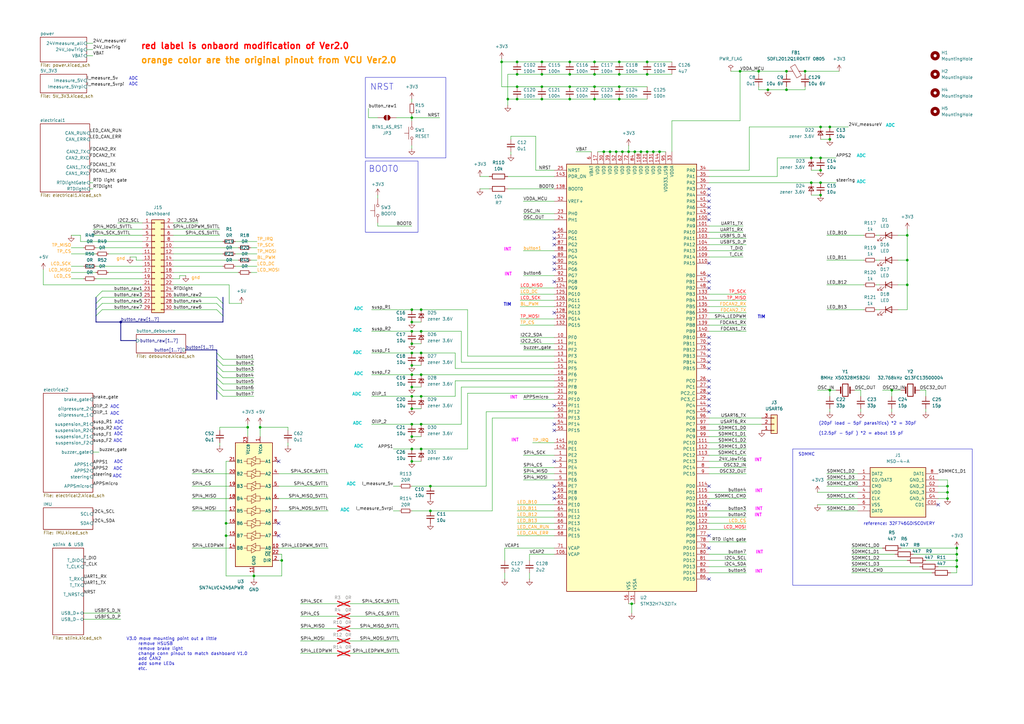
<source format=kicad_sch>
(kicad_sch (version 20231120) (generator "eeschema") (generator_version "8.0")
  (paper "A3")
  (title_block (title "VCU") (date "2025-06-29") (rev "3.0") (company "NTURacing") (comment 1 " 郭哲明 Jack Kuo, Jerrymk, ML Tsou") (comment 2 "Electrical group"))
  (junction (at 265.43 25.4))
  (junction (at 168.91 127))
  (junction (at 168.91 184.15))
  (junction (at 233.68 40.64))
  (junction (at 388.62 204.47))
  (junction (at 172.72 162.56))
  (junction (at 168.91 158.75))
  (junction (at 243.84 25.4))
  (junction (at 101.6 175.26))
  (junction (at 168.91 173.99))
  (junction (at 372.11 106.68))
  (junction (at 243.84 30.48))
  (junction (at 222.25 30.48))
  (junction (at 336.55 74.93))
  (junction (at 212.09 30.48))
  (junction (at 243.84 40.64))
  (junction (at 336.55 52.07))
  (junction (at 92.71 219.71))
  (junction (at 212.09 40.64))
  (junction (at 388.62 201.93))
  (junction (at 222.25 25.4))
  (junction (at 172.72 153.67))
  (junction (at 372.11 96.52))
  (junction (at 222.25 40.64))
  (junction (at 254 25.4))
  (junction (at 392.43 227.33))
  (junction (at 372.11 116.84))
  (junction (at 254 40.64))
  (junction (at 172.72 144.78))
  (junction (at 322.58 29.21))
  (junction (at 176.53 209.55))
  (junction (at 104.14 236.22))
  (junction (at 208.28 40.64))
  (junction (at 303.53 29.21))
  (junction (at 49.53 132.08))
  (junction (at 115.57 229.87))
  (junction (at 340.36 57.15))
  (junction (at 168.91 179.07))
  (junction (at 168.91 140.97))
  (junction (at 168.91 162.56))
  (junction (at 212.09 25.4))
  (junction (at 332.74 74.93))
  (junction (at 336.55 64.77))
  (junction (at 233.68 25.4))
  (junction (at 233.68 35.56))
  (junction (at 311.15 29.21))
  (junction (at 172.72 173.99))
  (junction (at 257.81 62.23))
  (junction (at 168.91 153.67))
  (junction (at 168.91 167.64))
  (junction (at 168.91 189.23))
  (junction (at 172.72 135.89))
  (junction (at 322.58 36.83))
  (junction (at 168.91 48.26))
  (junction (at 392.43 229.87))
  (junction (at 254 35.56))
  (junction (at 330.2 29.21))
  (junction (at 265.43 30.48))
  (junction (at 265.43 62.23))
  (junction (at 255.27 62.23))
  (junction (at 168.91 144.78))
  (junction (at 172.72 127))
  (junction (at 176.53 199.39))
  (junction (at 365.76 160.02))
  (junction (at 267.97 62.23))
  (junction (at 212.09 35.56))
  (junction (at 205.74 25.4))
  (junction (at 340.36 52.07))
  (junction (at 168.91 132.08))
  (junction (at 260.35 62.23))
  (junction (at 259.08 247.65))
  (junction (at 106.68 175.26))
  (junction (at 262.89 62.23))
  (junction (at 250.19 62.23))
  (junction (at 172.72 184.15))
  (junction (at 340.36 160.02))
  (junction (at 168.91 135.89))
  (junction (at 314.96 36.83))
  (junction (at 336.55 69.85))
  (junction (at 168.91 149.86))
  (junction (at 336.55 80.01))
  (junction (at 243.84 35.56))
  (junction (at 332.74 64.77))
  (junction (at 254 30.48))
  (junction (at 392.43 224.79))
  (junction (at 252.73 62.23))
  (junction (at 388.62 199.39))
  (junction (at 222.25 35.56))
  (junction (at 233.68 30.48))
  (junction (at 247.65 62.23))
  (junction (at 270.51 62.23))
  (junction (at 92.71 214.63))
  (junction (at 392.43 232.41))
  (no_connect (at 227.33 166.37))
  (no_connect (at 290.83 77.47))
  (no_connect (at 227.33 100.33))
  (no_connect (at 290.83 207.01))
  (no_connect (at 290.83 90.17))
  (no_connect (at 227.33 110.49))
  (no_connect (at 290.83 161.29))
  (no_connect (at 227.33 95.25))
  (no_connect (at 290.83 151.13))
  (no_connect (at 290.83 115.57))
  (no_connect (at 290.83 146.05))
  (no_connect (at 290.83 168.91))
  (no_connect (at 227.33 128.27))
  (no_connect (at 290.83 85.09))
  (no_connect (at 290.83 143.51))
  (no_connect (at 290.83 118.11))
  (no_connect (at 227.33 199.39))
  (no_connect (at 290.83 166.37))
  (no_connect (at 290.83 156.21))
  (no_connect (at 227.33 115.57))
  (no_connect (at 114.3 219.71))
  (no_connect (at 290.83 224.79))
  (no_connect (at 227.33 201.93))
  (no_connect (at 114.3 189.23))
  (no_connect (at 290.83 199.39))
  (no_connect (at 227.33 107.95))
  (no_connect (at 290.83 113.03))
  (no_connect (at 114.3 214.63))
  (no_connect (at 290.83 87.63))
  (no_connect (at 290.83 219.71))
  (no_connect (at 290.83 148.59))
  (no_connect (at 227.33 189.23))
  (no_connect (at 227.33 176.53))
  (no_connect (at 290.83 237.49))
  (no_connect (at 290.83 158.75))
  (no_connect (at 290.83 138.43))
  (no_connect (at 227.33 173.99))
  (no_connect (at 227.33 105.41))
  (no_connect (at 227.33 97.79))
  (no_connect (at 290.83 107.95))
  (no_connect (at 290.83 80.01))
  (no_connect (at 290.83 163.83))
  (no_connect (at 290.83 82.55))
  (no_connect (at 384.81 207.01))
  (no_connect (at 227.33 204.47))
  (no_connect (at 290.83 140.97))
  (bus_entry (at 88.9 160.02) (size 2.54 2.54))
  (bus_entry (at 91.44 129.54) (size -2.54 -2.54))
  (bus_entry (at 39.37 127) (size 2.54 -2.54))
  (bus_entry (at 88.9 157.48) (size 2.54 2.54))
  (bus_entry (at 88.9 149.86) (size 2.54 2.54))
  (bus_entry (at 88.9 152.4) (size 2.54 2.54))
  (bus_entry (at 88.9 144.78) (size 2.54 2.54))
  (bus_entry (at 39.37 129.54) (size 2.54 -2.54))
  (bus_entry (at 91.44 124.46) (size -2.54 -2.54))
  (bus_entry (at 88.9 154.94) (size 2.54 2.54))
  (bus_entry (at 39.37 124.46) (size 2.54 -2.54))
  (bus_entry (at 91.44 127) (size -2.54 -2.54))
  (bus_entry (at 88.9 147.32) (size 2.54 2.54))
  (bus_entry (at 39.37 121.92) (size 2.54 -2.54))
  (wire (pts (xy 213.36 120.65) (xy 227.33 120.65)))
  (wire (pts (xy 118.11 175.26) (xy 106.68 175.26)))
  (wire (pts (xy 222.25 25.4) (xy 233.68 25.4)))
  (wire (pts (xy 168.91 46.99) (xy 168.91 48.26)))
  (wire (pts (xy 222.25 40.64) (xy 233.68 40.64)))
  (wire (pts (xy 257.81 59.69) (xy 257.81 62.23)))
  (wire (pts (xy 290.83 97.79) (xy 306.07 97.79)))
  (wire (pts (xy 105.41 111.76) (xy 102.87 111.76)))
  (wire (pts (xy 369.57 224.79) (xy 392.43 224.79)))
  (wire (pts (xy 91.44 152.4) (xy 104.14 152.4)))
  (wire (pts (xy 168.91 48.26) (xy 180.34 48.26)))
  (wire (pts (xy 189.23 148.59) (xy 227.33 148.59)))
  (wire (pts (xy 372.11 96.52) (xy 368.3 96.52)))
  (wire (pts (xy 71.12 116.84) (xy 93.98 116.84)))
  (wire (pts (xy 347.98 52.07) (xy 340.36 52.07)))
  (wire (pts (xy 172.72 127) (xy 191.77 127)))
  (wire (pts (xy 275.59 49.53) (xy 275.59 62.23)))
  (wire (pts (xy 104.14 236.22) (xy 104.14 234.95)))
  (wire (pts (xy 217.17 234.95) (xy 217.17 237.49)))
  (wire (pts (xy 335.28 160.02) (xy 340.36 160.02)))
  (wire (pts (xy 306.07 214.63) (xy 290.83 214.63)))
  (wire (pts (xy 191.77 161.29) (xy 191.77 184.15)))
  (wire (pts (xy 172.72 179.07) (xy 168.91 179.07)))
  (wire (pts (xy 186.69 156.21) (xy 227.33 156.21)))
  (wire (pts (xy 172.72 149.86) (xy 168.91 149.86)))
  (wire (pts (xy 212.09 219.71) (xy 227.33 219.71)))
  (wire (pts (xy 105.41 99.06) (xy 96.52 99.06)))
  (wire (pts (xy 161.29 209.55) (xy 163.83 209.55)))
  (wire (pts (xy 332.74 69.85) (xy 336.55 69.85)))
  (wire (pts (xy 254 40.64) (xy 265.43 40.64)))
  (wire (pts (xy 152.4 173.99) (xy 168.91 173.99)))
  (wire (pts (xy 106.68 175.26) (xy 106.68 179.07)))
  (wire (pts (xy 71.12 93.98) (xy 90.17 93.98)))
  (wire (pts (xy 340.36 160.02) (xy 340.36 162.56)))
  (bus (pts (xy 39.37 132.08) (xy 49.53 132.08)))
  (wire (pts (xy 196.85 72.39) (xy 200.66 72.39)))
  (wire (pts (xy 353.06 162.56) (xy 353.06 160.02)))
  (wire (pts (xy 339.09 194.31) (xy 351.79 194.31)))
  (bus (pts (xy 49.53 132.08) (xy 91.44 132.08)))
  (wire (pts (xy 336.55 52.07) (xy 307.34 52.07)))
  (wire (pts (xy 388.62 199.39) (xy 388.62 201.93)))
  (wire (pts (xy 290.83 92.71) (xy 304.8 92.71)))
  (wire (pts (xy 168.91 59.69) (xy 168.91 60.96)))
  (wire (pts (xy 275.59 49.53) (xy 303.53 49.53)))
  (wire (pts (xy 123.19 252.73) (xy 138.43 252.73)))
  (wire (pts (xy 212.09 25.4) (xy 222.25 25.4)))
  (wire (pts (xy 92.71 219.71) (xy 93.98 219.71)))
  (wire (pts (xy 233.68 40.64) (xy 243.84 40.64)))
  (wire (pts (xy 118.11 176.53) (xy 118.11 175.26)))
  (bus (pts (xy 91.44 129.54) (xy 91.44 132.08)))
  (wire (pts (xy 205.74 25.4) (xy 205.74 35.56)))
  (wire (pts (xy 152.4 162.56) (xy 168.91 162.56)))
  (wire (pts (xy 91.44 104.14) (xy 71.12 104.14)))
  (wire (pts (xy 208.28 43.18) (xy 208.28 40.64)))
  (wire (pts (xy 73.66 113.03) (xy 76.2 113.03)))
  (wire (pts (xy 115.57 236.22) (xy 104.14 236.22)))
  (bus (pts (xy 49.53 139.7) (xy 49.53 132.08)))
  (wire (pts (xy 388.62 196.85) (xy 384.81 196.85)))
  (wire (pts (xy 38.1 77.47) (xy 36.83 77.47)))
  (wire (pts (xy 214.63 102.87) (xy 227.33 102.87)))
  (wire (pts (xy 259.08 247.65) (xy 260.35 247.65)))
  (wire (pts (xy 44.45 111.76) (xy 58.42 111.76)))
  (wire (pts (xy 33.02 99.06) (xy 58.42 99.06)))
  (wire (pts (xy 227.33 227.33) (xy 217.17 227.33)))
  (wire (pts (xy 196.85 77.47) (xy 200.66 77.47)))
  (wire (pts (xy 365.76 160.02) (xy 369.57 160.02)))
  (wire (pts (xy 303.53 29.21) (xy 303.53 49.53)))
  (wire (pts (xy 123.19 257.81) (xy 138.43 257.81)))
  (wire (pts (xy 41.91 124.46) (xy 58.42 124.46)))
  (wire (pts (xy 17.78 116.84) (xy 58.42 116.84)))
  (wire (pts (xy 123.19 267.97) (xy 138.43 267.97)))
  (wire (pts (xy 152.4 127) (xy 168.91 127)))
  (bus (pts (xy 55.88 139.7) (xy 49.53 139.7)))
  (wire (pts (xy 172.72 144.78) (xy 168.91 144.78)))
  (wire (pts (xy 339.09 209.55) (xy 351.79 209.55)))
  (wire (pts (xy 290.83 201.93) (xy 306.07 201.93)))
  (wire (pts (xy 322.58 29.21) (xy 311.15 29.21)))
  (wire (pts (xy 290.83 229.87) (xy 306.07 229.87)))
  (wire (pts (xy 91.44 162.56) (xy 104.14 162.56)))
  (wire (pts (xy 233.68 30.48) (xy 243.84 30.48)))
  (wire (pts (xy 73.66 113.03) (xy 73.66 114.3)))
  (wire (pts (xy 290.83 232.41) (xy 306.07 232.41)))
  (wire (pts (xy 259.08 247.65) (xy 259.08 251.46)))
  (wire (pts (xy 365.76 160.02) (xy 365.76 162.56)))
  (wire (pts (xy 245.11 62.23) (xy 247.65 62.23)))
  (wire (pts (xy 392.43 232.41) (xy 384.81 232.41)))
  (wire (pts (xy 92.71 214.63) (xy 93.98 214.63)))
  (wire (pts (xy 311.15 36.83) (xy 314.96 36.83)))
  (wire (pts (xy 189.23 158.75) (xy 227.33 158.75)))
  (wire (pts (xy 172.72 144.78) (xy 186.69 144.78)))
  (wire (pts (xy 53.34 105.41) (xy 55.88 105.41)))
  (wire (pts (xy 227.33 69.85) (xy 219.71 69.85)))
  (wire (pts (xy 38.1 93.98) (xy 58.42 93.98)))
  (wire (pts (xy 208.28 77.47) (xy 227.33 77.47)))
  (wire (pts (xy 212.09 30.48) (xy 222.25 30.48)))
  (wire (pts (xy 290.83 191.77) (xy 306.07 191.77)))
  (wire (pts (xy 349.25 224.79) (xy 361.95 224.79)))
  (wire (pts (xy 134.62 194.31) (xy 114.3 194.31)))
  (wire (pts (xy 172.72 158.75) (xy 168.91 158.75)))
  (wire (pts (xy 93.98 124.46) (xy 93.98 116.84)))
  (wire (pts (xy 92.71 189.23) (xy 92.71 214.63)))
  (wire (pts (xy 55.88 106.68) (xy 58.42 106.68)))
  (wire (pts (xy 213.36 125.73) (xy 227.33 125.73)))
  (wire (pts (xy 212.09 207.01) (xy 227.33 207.01)))
  (wire (pts (xy 104.14 237.49) (xy 104.14 236.22)))
  (wire (pts (xy 162.56 48.26) (xy 168.91 48.26)))
  (wire (pts (xy 372.11 106.68) (xy 368.3 106.68)))
  (wire (pts (xy 91.44 147.32) (xy 104.14 147.32)))
  (wire (pts (xy 91.44 160.02) (xy 104.14 160.02)))
  (wire (pts (xy 290.83 181.61) (xy 306.07 181.61)))
  (bus (pts (xy 88.9 160.02) (xy 88.9 163.83)))
  (wire (pts (xy 172.72 127) (xy 168.91 127)))
  (wire (pts (xy 36.83 74.93) (xy 38.1 74.93)))
  (wire (pts (xy 92.71 219.71) (xy 92.71 236.22)))
  (wire (pts (xy 163.83 247.65) (xy 143.51 247.65)))
  (wire (pts (xy 392.43 224.79) (xy 392.43 227.33)))
  (wire (pts (xy 163.83 262.89) (xy 143.51 262.89)))
  (wire (pts (xy 359.41 116.84) (xy 360.68 116.84)))
  (wire (pts (xy 265.43 30.48) (xy 275.59 30.48)))
  (wire (pts (xy 172.72 135.89) (xy 189.23 135.89)))
  (wire (pts (xy 330.2 35.56) (xy 330.2 36.83)))
  (wire (pts (xy 212.09 214.63) (xy 227.33 214.63)))
  (wire (pts (xy 290.83 133.35) (xy 306.07 133.35)))
  (wire (pts (xy 290.83 69.85) (xy 307.34 69.85)))
  (wire (pts (xy 168.91 40.64) (xy 168.91 41.91)))
  (wire (pts (xy 349.25 234.95) (xy 382.27 234.95)))
  (wire (pts (xy 336.55 64.77) (xy 342.9 64.77)))
  (wire (pts (xy 33.02 96.52) (xy 33.02 99.06)))
  (wire (pts (xy 236.22 62.23) (xy 242.57 62.23)))
  (wire (pts (xy 48.26 91.44) (xy 58.42 91.44)))
  (wire (pts (xy 172.72 173.99) (xy 168.91 173.99)))
  (bus (pts (xy 39.37 121.92) (xy 39.37 124.46)))
  (wire (pts (xy 290.83 128.27) (xy 306.07 128.27)))
  (wire (pts (xy 379.73 162.56) (xy 379.73 160.02)))
  (wire (pts (xy 213.36 140.97) (xy 227.33 140.97)))
  (wire (pts (xy 152.4 153.67) (xy 168.91 153.67)))
  (wire (pts (xy 161.29 199.39) (xy 163.83 199.39)))
  (bus (pts (xy 88.9 152.4) (xy 88.9 154.94)))
  (wire (pts (xy 114.3 227.33) (xy 115.57 227.33)))
  (wire (pts (xy 118.11 181.61) (xy 118.11 182.88)))
  (wire (pts (xy 154.94 80.01) (xy 154.94 81.28)))
  (wire (pts (xy 214.63 194.31) (xy 227.33 194.31)))
  (wire (pts (xy 222.25 30.48) (xy 233.68 30.48)))
  (wire (pts (xy 332.74 74.93) (xy 336.55 74.93)))
  (wire (pts (xy 71.12 91.44) (xy 81.28 91.44)))
  (wire (pts (xy 330.2 29.21) (xy 330.2 30.48)))
  (wire (pts (xy 213.36 133.35) (xy 227.33 133.35)))
  (wire (pts (xy 35.56 17.78) (xy 38.1 17.78)))
  (wire (pts (xy 71.12 96.52) (xy 90.17 96.52)))
  (wire (pts (xy 214.63 143.51) (xy 227.33 143.51)))
  (wire (pts (xy 38.1 22.86) (xy 35.56 22.86)))
  (wire (pts (xy 163.83 267.97) (xy 143.51 267.97)))
  (wire (pts (xy 105.41 101.6) (xy 102.87 101.6)))
  (wire (pts (xy 290.83 100.33) (xy 306.07 100.33)))
  (wire (pts (xy 290.83 194.31) (xy 306.07 194.31)))
  (wire (pts (xy 189.23 173.99) (xy 189.23 158.75)))
  (wire (pts (xy 172.72 140.97) (xy 168.91 140.97)))
  (wire (pts (xy 270.51 62.23) (xy 273.05 62.23)))
  (wire (pts (xy 335.28 207.01) (xy 351.79 207.01)))
  (wire (pts (xy 372.11 93.98) (xy 372.11 96.52)))
  (wire (pts (xy 318.77 64.77) (xy 332.74 64.77)))
  (wire (pts (xy 214.63 90.17) (xy 227.33 90.17)))
  (wire (pts (xy 191.77 146.05) (xy 227.33 146.05)))
  (wire (pts (xy 214.63 163.83) (xy 227.33 163.83)))
  (wire (pts (xy 78.74 209.55) (xy 93.98 209.55)))
  (wire (pts (xy 40.64 185.42) (xy 38.1 185.42)))
  (wire (pts (xy 372.11 116.84) (xy 372.11 127)))
  (wire (pts (xy 38.1 20.32) (xy 35.56 20.32)))
  (wire (pts (xy 372.11 106.68) (xy 372.11 116.84)))
  (wire (pts (xy 29.21 101.6) (xy 34.29 101.6)))
  (bus (pts (xy 91.44 124.46) (xy 91.44 127)))
  (wire (pts (xy 214.63 113.03) (xy 227.33 113.03)))
  (wire (pts (xy 359.41 127) (xy 360.68 127)))
  (wire (pts (xy 214.63 82.55) (xy 227.33 82.55)))
  (wire (pts (xy 172.72 153.67) (xy 168.91 153.67)))
  (wire (pts (xy 214.63 196.85) (xy 227.33 196.85)))
  (wire (pts (xy 359.41 106.68) (xy 360.68 106.68)))
  (wire (pts (xy 290.83 184.15) (xy 306.07 184.15)))
  (wire (pts (xy 379.73 229.87) (xy 392.43 229.87)))
  (wire (pts (xy 105.41 104.14) (xy 96.52 104.14)))
  (wire (pts (xy 243.84 35.56) (xy 254 35.56)))
  (wire (pts (xy 209.55 57.15) (xy 209.55 55.88)))
  (wire (pts (xy 290.83 123.19) (xy 306.07 123.19)))
  (wire (pts (xy 372.11 116.84) (xy 368.3 116.84)))
  (wire (pts (xy 97.79 101.6) (xy 71.12 101.6)))
  (wire (pts (xy 377.19 160.02) (xy 379.73 160.02)))
  (wire (pts (xy 172.72 132.08) (xy 168.91 132.08)))
  (wire (pts (xy 154.94 92.71) (xy 154.94 91.44)))
  (wire (pts (xy 93.98 124.46) (xy 99.06 124.46)))
  (wire (pts (xy 336.55 52.07) (xy 340.36 52.07)))
  (wire (pts (xy 388.62 204.47) (xy 384.81 204.47)))
  (wire (pts (xy 91.44 99.06) (xy 71.12 99.06)))
  (wire (pts (xy 307.34 52.07) (xy 307.34 69.85)))
  (wire (pts (xy 340.36 167.64) (xy 340.36 168.91)))
  (wire (pts (xy 243.84 30.48) (xy 254 30.48)))
  (wire (pts (xy 290.83 204.47) (xy 306.07 204.47)))
  (wire (pts (xy 213.36 130.81) (xy 227.33 130.81)))
  (wire (pts (xy 212.09 35.56) (xy 222.25 35.56)))
  (bus (pts (xy 88.9 154.94) (xy 88.9 157.48)))
  (wire (pts (xy 255.27 62.23) (xy 257.81 62.23)))
  (wire (pts (xy 290.83 212.09) (xy 306.07 212.09)))
  (wire (pts (xy 304.8 102.87) (xy 290.83 102.87)))
  (wire (pts (xy 212.09 209.55) (xy 227.33 209.55)))
  (wire (pts (xy 213.36 123.19) (xy 227.33 123.19)))
  (wire (pts (xy 90.17 176.53) (xy 90.17 175.26)))
  (wire (pts (xy 208.28 40.64) (xy 212.09 40.64)))
  (wire (pts (xy 78.74 204.47) (xy 93.98 204.47)))
  (wire (pts (xy 73.66 114.3) (xy 71.12 114.3)))
  (wire (pts (xy 290.83 125.73) (xy 306.07 125.73)))
  (wire (pts (xy 134.62 199.39) (xy 114.3 199.39)))
  (wire (pts (xy 186.69 151.13) (xy 227.33 151.13)))
  (wire (pts (xy 201.93 209.55) (xy 201.93 171.45)))
  (wire (pts (xy 290.83 130.81) (xy 306.07 130.81)))
  (wire (pts (xy 176.53 199.39) (xy 199.39 199.39)))
  (wire (pts (xy 71.12 121.92) (xy 88.9 121.92)))
  (bus (pts (xy 39.37 129.54) (xy 39.37 132.08)))
  (wire (pts (xy 152.4 135.89) (xy 168.91 135.89)))
  (wire (pts (xy 38.1 96.52) (xy 58.42 96.52)))
  (wire (pts (xy 172.72 189.23) (xy 168.91 189.23)))
  (wire (pts (xy 290.83 227.33) (xy 306.07 227.33)))
  (wire (pts (xy 353.06 167.64) (xy 353.06 168.91)))
  (wire (pts (xy 123.19 247.65) (xy 138.43 247.65)))
  (wire (pts (xy 90.17 175.26) (xy 101.6 175.26)))
  (wire (pts (xy 176.53 209.55) (xy 201.93 209.55)))
  (wire (pts (xy 186.69 162.56) (xy 186.69 156.21)))
  (wire (pts (xy 41.91 121.92) (xy 58.42 121.92)))
  (bus (pts (xy 91.44 127) (xy 91.44 129.54)))
  (wire (pts (xy 134.62 209.55) (xy 114.3 209.55)))
  (wire (pts (xy 311.15 29.21) (xy 311.15 30.48)))
  (wire (pts (xy 213.36 138.43) (xy 227.33 138.43)))
  (wire (pts (xy 349.25 227.33) (xy 367.03 227.33)))
  (wire (pts (xy 123.19 262.89) (xy 138.43 262.89)))
  (wire (pts (xy 91.44 157.48) (xy 104.14 157.48)))
  (wire (pts (xy 101.6 175.26) (xy 101.6 179.07)))
  (wire (pts (xy 290.83 173.99) (xy 312.42 173.99)))
  (wire (pts (xy 290.83 186.69) (xy 306.07 186.69)))
  (wire (pts (xy 388.62 196.85) (xy 388.62 199.39)))
  (wire (pts (xy 290.83 171.45) (xy 312.42 171.45)))
  (wire (pts (xy 257.81 62.23) (xy 260.35 62.23)))
  (wire (pts (xy 219.71 69.85) (xy 219.71 55.88)))
  (wire (pts (xy 262.89 62.23) (xy 265.43 62.23)))
  (wire (pts (xy 168.91 48.26) (xy 168.91 49.53)))
  (wire (pts (xy 389.89 234.95) (xy 392.43 234.95)))
  (wire (pts (xy 252.73 62.23) (xy 255.27 62.23)))
  (wire (pts (xy 227.33 224.79) (xy 207.01 224.79)))
  (wire (pts (xy 372.11 127) (xy 368.3 127)))
  (wire (pts (xy 254 25.4) (xy 265.43 25.4)))
  (wire (pts (xy 172.72 153.67) (xy 227.33 153.67)))
  (wire (pts (xy 78.74 199.39) (xy 93.98 199.39)))
  (wire (pts (xy 154.94 92.71) (xy 168.91 92.71)))
  (wire (pts (xy 290.83 120.65) (xy 306.07 120.65)))
  (wire (pts (xy 340.36 160.02) (xy 342.9 160.02)))
  (wire (pts (xy 392.43 232.41) (xy 392.43 234.95)))
  (wire (pts (xy 163.83 257.81) (xy 143.51 257.81)))
  (wire (pts (xy 260.35 62.23) (xy 262.89 62.23)))
  (wire (pts (xy 290.83 189.23) (xy 306.07 189.23)))
  (wire (pts (xy 318.77 72.39) (xy 290.83 72.39)))
  (wire (pts (xy 219.71 55.88) (xy 209.55 55.88)))
  (wire (pts (xy 92.71 214.63) (xy 92.71 219.71)))
  (wire (pts (xy 299.72 29.21) (xy 303.53 29.21)))
  (wire (pts (xy 374.65 227.33) (xy 392.43 227.33)))
  (wire (pts (xy 172.72 184.15) (xy 168.91 184.15)))
  (wire (pts (xy 243.84 25.4) (xy 254 25.4)))
  (wire (pts (xy 55.88 105.41) (xy 55.88 106.68)))
  (wire (pts (xy 189.23 135.89) (xy 189.23 148.59)))
  (wire (pts (xy 332.74 80.01) (xy 336.55 80.01)))
  (wire (pts (xy 303.53 29.21) (xy 311.15 29.21)))
  (wire (pts (xy 330.2 29.21) (xy 344.17 29.21)))
  (wire (pts (xy 388.62 201.93) (xy 388.62 204.47)))
  (wire (pts (xy 172.72 162.56) (xy 186.69 162.56)))
  (wire (pts (xy 29.21 111.76) (xy 39.37 111.76)))
  (wire (pts (xy 152.4 144.78) (xy 168.91 144.78)))
  (wire (pts (xy 243.84 40.64) (xy 254 40.64)))
  (wire (pts (xy 191.77 127) (xy 191.77 146.05)))
  (wire (pts (xy 201.93 171.45) (xy 227.33 171.45)))
  (wire (pts (xy 361.95 160.02) (xy 365.76 160.02)))
  (wire (pts (xy 172.72 167.64) (xy 168.91 167.64)))
  (wire (pts (xy 290.83 135.89) (xy 306.07 135.89)))
  (wire (pts (xy 78.74 224.79) (xy 93.98 224.79)))
  (wire (pts (xy 322.58 36.83) (xy 322.58 35.56)))
  (wire (pts (xy 212.09 217.17) (xy 227.33 217.17)))
  (wire (pts (xy 92.71 189.23) (xy 93.98 189.23)))
  (wire (pts (xy 213.36 118.11) (xy 227.33 118.11)))
  (wire (pts (xy 207.01 224.79) (xy 207.01 229.87)))
  (wire (pts (xy 114.3 229.87) (xy 115.57 229.87)))
  (wire (pts (xy 265.43 25.4) (xy 275.59 25.4)))
  (wire (pts (xy 163.83 252.73) (xy 143.51 252.73)))
  (wire (pts (xy 218.44 181.61) (xy 227.33 181.61)))
  (wire (pts (xy 97.79 111.76) (xy 71.12 111.76)))
  (bus (pts (xy 88.9 143.51) (xy 88.9 144.78)))
  (wire (pts (xy 359.41 96.52) (xy 360.68 96.52)))
  (wire (pts (xy 214.63 87.63) (xy 227.33 87.63)))
  (wire (pts (xy 349.25 232.41) (xy 377.19 232.41)))
  (wire (pts (xy 335.28 201.93) (xy 351.79 201.93)))
  (wire (pts (xy 29.21 96.52) (xy 33.02 96.52)))
  (wire (pts (xy 172.72 135.89) (xy 168.91 135.89)))
  (wire (pts (xy 39.37 114.3) (xy 58.42 114.3)))
  (wire (pts (xy 254 30.48) (xy 265.43 30.48)))
  (wire (pts (xy 290.83 222.25) (xy 306.07 222.25)))
  (bus (pts (xy 76.2 143.51) (xy 88.9 143.51)))
  (bus (pts (xy 88.9 147.32) (xy 88.9 149.86)))
  (wire (pts (xy 41.91 119.38) (xy 58.42 119.38)))
  (wire (pts (xy 212.09 212.09) (xy 227.33 212.09)))
  (bus (pts (xy 88.9 157.48) (xy 88.9 160.02)))
  (wire (pts (xy 250.19 62.23) (xy 252.73 62.23)))
  (wire (pts (xy 290.83 176.53) (xy 306.07 176.53)))
  (wire (pts (xy 186.69 144.78) (xy 186.69 151.13)))
  (bus (pts (xy 88.9 144.78) (xy 88.9 147.32)))
  (wire (pts (xy 379.73 167.64) (xy 379.73 168.91)))
  (wire (pts (xy 257.81 247.65) (xy 259.08 247.65)))
  (wire (pts (xy 212.09 40.64) (xy 222.25 40.64)))
  (wire (pts (xy 290.83 95.25) (xy 304.8 95.25)))
  (wire (pts (xy 91.44 109.22) (xy 71.12 109.22)))
  (wire (pts (xy 115.57 229.87) (xy 115.57 236.22)))
  (wire (pts (xy 227.33 161.29) (xy 191.77 161.29)))
  (wire (pts (xy 336.55 57.15) (xy 340.36 57.15)))
  (wire (pts (xy 214.63 186.69) (xy 227.33 186.69)))
  (wire (pts (xy 41.91 127) (xy 58.42 127)))
  (wire (pts (xy 172.72 173.99) (xy 189.23 173.99)))
  (wire (pts (xy 208.28 72.39) (xy 227.33 72.39)))
  (wire (pts (xy 39.37 101.6) (xy 58.42 101.6)))
  (wire (pts (xy 71.12 127) (xy 88.9 127)))
  (wire (pts (xy 168.91 199.39) (xy 176.53 199.39)))
  (wire (pts (xy 227.33 168.91) (xy 199.39 168.91)))
  (wire (pts (xy 339.09 96.52) (xy 354.33 96.52)))
  (wire (pts (xy 304.8 105.41) (xy 290.83 105.41)))
  (wire (pts (xy 168.91 209.55) (xy 176.53 209.55)))
  (wire (pts (xy 290.83 234.95) (xy 306.07 234.95)))
  (wire (pts (xy 349.25 229.87) (xy 372.11 229.87)))
  (wire (pts (xy 97.79 106.68) (xy 71.12 106.68)))
  (bus (pts (xy 39.37 124.46) (xy 39.37 127)))
  (wire (pts (xy 392.43 229.87) (xy 392.43 227.33)))
  (wire (pts (xy 290.83 217.17) (xy 306.07 217.17)))
  (wire (pts (xy 311.15 35.56) (xy 311.15 36.83)))
  (wire (pts (xy 336.55 74.93) (xy 342.9 74.93)))
  (wire (pts (xy 71.12 124.46) (xy 88.9 124.46)))
  (wire (pts (xy 78.74 194.31) (xy 93.98 194.31)))
  (bus (pts (xy 39.37 127) (xy 39.37 129.54)))
  (wire (pts (xy 208.28 40.64) (xy 208.28 30.48)))
  (wire (pts (xy 161.29 184.15) (xy 168.91 184.15)))
  (wire (pts (xy 233.68 25.4) (xy 243.84 25.4)))
  (wire (pts (xy 207.01 234.95) (xy 207.01 237.49)))
  (wire (pts (xy 222.25 35.56) (xy 233.68 35.56)))
  (wire (pts (xy 365.76 167.64) (xy 365.76 168.91)))
  (wire (pts (xy 339.09 116.84) (xy 354.33 116.84)))
  (wire (pts (xy 392.43 232.41) (xy 392.43 229.87)))
  (wire (pts (xy 208.28 30.48) (xy 212.09 30.48)))
  (wire (pts (xy 172.72 162.56) (xy 168.91 162.56)))
  (wire (pts (xy 134.62 224.79) (xy 114.3 224.79)))
  (wire (pts (xy 106.68 173.99) (xy 106.68 175.26)))
  (wire (pts (xy 134.62 204.47) (xy 114.3 204.47)))
  (wire (pts (xy 388.62 201.93) (xy 384.81 201.93)))
  (bus (pts (xy 91.44 121.92) (xy 91.44 124.46)))
  (wire (pts (xy 290.83 209.55) (xy 306.07 209.55)))
  (wire (pts (xy 29.21 114.3) (xy 34.29 114.3)))
  (wire (pts (xy 90.17 181.61) (xy 90.17 182.88)))
  (wire (pts (xy 29.21 104.14) (xy 39.37 104.14)))
  (wire (pts (xy 314.96 36.83) (xy 322.58 36.83)))
  (wire (pts (xy 17.78 110.49) (xy 17.78 116.84)))
  (wire (pts (xy 372.11 96.52) (xy 372.11 106.68)))
  (wire (pts (xy 151.13 48.26) (xy 154.94 48.26)))
  (wire (pts (xy 339.09 127) (xy 354.33 127)))
  (wire (pts (xy 332.74 64.77) (xy 336.55 64.77)))
  (wire (pts (xy 388.62 199.39) (xy 384.81 199.39)))
  (wire (pts (xy 34.29 254) (xy 49.53 254)))
  (wire (pts (xy 205.74 24.13) (xy 205.74 25.4)))
  (wire (pts (xy 105.41 109.22) (xy 96.52 109.22)))
  (wire (pts (xy 191.77 184.15) (xy 172.72 184.15)))
  (wire (pts (xy 217.17 227.33) (xy 217.17 229.87)))
  (wire (pts (xy 290.83 179.07) (xy 306.07 179.07)))
  (wire (pts (xy 350.52 160.02) (xy 353.06 160.02)))
  (wire (pts (xy 92.71 236.22) (xy 104.14 236.22)))
  (wire (pts (xy 339.09 106.68) (xy 354.33 106.68)))
  (wire (pts (xy 330.2 36.83) (xy 322.58 36.83)))
  (wire (pts (xy 91.44 154.94) (xy 104.14 154.94)))
  (wire (pts (xy 318.77 64.77) (xy 318.77 72.39)))
  (wire (pts (xy 339.09 204.47) (xy 351.79 204.47)))
  (wire (pts (xy 247.65 62.23) (xy 250.19 62.23)))
  (wire (pts (xy 101.6 173.99) (xy 101.6 175.26)))
  (wire (pts (xy 151.13 44.45) (xy 151.13 48.26)))
  (wire (pts (xy 254 35.56) (xy 265.43 35.56)))
  (wire (pts (xy 233.68 35.56) (xy 243.84 35.56)))
  (wire (pts (xy 265.43 62.23) (xy 267.97 62.23)))
  (wire (pts (xy 91.44 149.86) (xy 104.14 149.86)))
  (wire (pts (xy 205.74 25.4) (xy 212.09 25.4)))
  (wire (pts (xy 339.09 199.39) (xy 351.79 199.39)))
  (wire (pts (xy 105.41 106.68) (xy 102.87 106.68)))
  (wire (pts (xy 39.37 109.22) (xy 58.42 109.22)))
  (wire (pts (xy 214.63 191.77) (xy 227.33 191.77)))
  (wire (pts (xy 267.97 62.23) (xy 270.51 62.23)))
  (bus (pts (xy 88.9 149.86) (xy 88.9 152.4)))
  (wire (pts (xy 115.57 227.33) (xy 115.57 229.87)))
  (wire (pts (xy 209.55 63.5) (xy 209.55 62.23)))
  (wire (pts (xy 44.45 104.14) (xy 58.42 104.14)))
  (wire (pts (xy 322.58 30.48) (xy 322.58 29.21)))
  (wire (pts (xy 339.09 196.85) (xy 351.79 196.85)))
  (wire (pts (xy 199.39 168.91) (xy 199.39 199.39)))
  (wire (pts (xy 290.83 74.93) (xy 332.74 74.93)))
  (wire (pts (xy 34.29 251.46) (xy 49.53 251.46)))
  (wire (pts (xy 205.74 35.56) (xy 212.09 35.56)))
  (wire (pts (xy 29.21 109.22) (xy 34.29 109.22)))
  (rectangle (start 325.12 184.15) (end 398.78 240.03))
  (rectangle (start 149.86 66.04) (end 171.45 95.25))
  (rectangle (start 149.86 31.75) (end 182.88 64.77))
  (text "INT" (at 309.626 208.788 0) (effects (font (size 1.27 1.27) (thickness 0.254) (bold yes)) (justify left)))
  (text "ADC" (at 46.482 193.04 0) (effects (font (size 1.27 1.27)) (justify left bottom)))
  (text "BOOT0" (at 151.13 67.945 0) (effects (font (size 2.54 2.54)) (justify left top)))
  (text "NRST" (at 151.765 34.29 0) (effects (font (size 2.54 2.54)) (justify left top)))
  (text "ADC" (at 46.228 196.088 0) (effects (font (size 1.27 1.27)) (justify left bottom)))
  (text "ADC" (at 46.99 173.99 0) (effects (font (size 1.27 1.27)) (justify left bottom)))
  (text "INT" (at 210.058 112.522 0) (effects (font (size 1.27 1.27) (thickness 0.254) (bold yes)) (justify right)))
  (text "ADC" (at 46.482 181.61 0) (effects (font (size 1.27 1.27)) (justify left bottom)))
  (text "gnd\n" (at 49.53 106.172 0) (effects (font (size 1.27 1.27))))
  (text "INT" (at 212.852 180.594 0) (effects (font (size 1.27 1.27) (thickness 0.254) (bold yes)) (justify right)))
  (text "ADC" (at 52.832 33.02 0) (effects (font (size 1.27 1.27)) (justify left bottom)))
  (text "INT" (at 309.626 201.422 0) (effects (font (size 1.27 1.27) (thickness 0.254) (bold yes)) (justify left)))
  (text "orange color are the original pinout from VCU Ver2.0" (at 57.658 23.368 0) (effects (font (size 2.54 2.54) (thickness 0.508) (bold yes)) (justify left top)))
  (text "ADC" (at 351.282 74.676 0) (effects (font (size 1.27 1.27) (thickness 0.254) (bold yes)) (justify left)))
  (text "ADC" (at 148.59 144.78 0) (effects (font (size 1.27 1.27) (thickness 0.254) (bold yes)) (justify right)))
  (text "ADC" (at 148.336 161.798 0) (effects (font (size 1.27 1.27) (thickness 0.254) (bold yes)) (justify right)))
  (text "ADC" (at 149.098 126.746 0) (effects (font (size 1.27 1.27) (thickness 0.254) (bold yes)) (justify right)))
  (text "V3.0 move mounting point out a little\n     remove HSUSB \n     remove brake light\n     change conn pinout to match dashboard V1.0\n     add CAN2\n     add some LEDs\n     etc." (at 51.816 261.366 0) (effects (font (size 1.27 1.27)) (justify left top)))
  (text "ADC" (at 143.51 209.296 0) (effects (font (size 1.27 1.27) (thickness 0.254) (bold yes)) (justify right)))
  (text "INT" (at 212.344 163.068 0) (effects (font (size 1.27 1.27) (thickness 0.254) (bold yes)) (justify right)))
  (text "INT" (at 309.372 211.328 0) (effects (font (size 1.27 1.27) (thickness 0.254) (bold yes)) (justify left)))
  (text "ADC" (at 45.212 167.64 0) (effects (font (size 1.27 1.27)) (justify left bottom)))
  (text "ADC" (at 146.05 198.628 0) (effects (font (size 1.27 1.27) (thickness 0.254) (bold yes)) (justify right)))
  (text "ADC" (at 52.832 35.306 0) (effects (font (size 1.27 1.27)) (justify left bottom)))
  (text "TIM" (at 310.642 130.81 0) (effects (font (size 1.27 1.27) (thickness 0.254) (bold yes)) (justify left bottom)))
  (text "ADC" (at 148.59 135.636 0) (effects (font (size 1.27 1.27) (thickness 0.254) (bold yes)) (justify right)))
  (text "ADC" (at 46.736 178.816 0) (effects (font (size 1.27 1.27)) (justify left bottom)))
  (text "ADC" (at 148.59 173.736 0) (effects (font (size 1.27 1.27) (thickness 0.254) (bold yes)) (justify right)))
  (text "INT" (at 209.804 102.362 0) (effects (font (size 1.27 1.27) (thickness 0.254) (bold yes)) (justify right)))
  (text "ADC" (at 45.212 170.434 0) (effects (font (size 1.27 1.27)) (justify left bottom)))
  (text "SDMMC" (at 327.406 187.198 0) (effects (font (size 1.27 1.27)) (justify left bottom)))
  (text "ADC" (at 149.098 183.134 0) (effects (font (size 1.27 1.27) (thickness 0.254) (bold yes)) (justify right)))
  (text "INT" (at 309.372 188.722 0) (effects (font (size 1.27 1.27) (thickness 0.254) (bold yes)) (justify left)))
  (text "ADC" (at 46.482 176.53 0) (effects (font (size 1.27 1.27)) (justify left bottom)))
  (text "reference: 32F746GDISCOVERY\n" (at 368.808 214.884 0) (effects (font (size 1.27 1.27))))
  (text "(20pF load - 5pF parasitics) *2 = 30pF\n\n(12.5pF - 5pF ) *2 = about 15 pF" (at 335.788 178.562 0) (effects (font (size 1.27 1.27)) (justify left bottom)))
  (text "ADC" (at 363.22 51.562 0) (effects (font (size 1.27 1.27) (thickness 0.254) (bold yes)) (justify left)))
  (text "red label is onbaord modification of Ver2.0" (at 57.658 17.526 0) (effects (font (size 2.54 2.54) (thickness 0.508) (bold yes)) (justify left top)))
  (text "ADC" (at 351.282 64.008 0) (effects (font (size 1.27 1.27) (thickness 0.254) (bold yes)) (justify left)))
  (text "gnd\n" (at 80.264 114.046 0) (effects (font (size 1.27 1.27))))
  (text "INT" (at 309.626 234.442 0) (effects (font (size 1.27 1.27) (thickness 0.254) (bold yes)) (justify left)))
  (text "ADC" (at 46.736 190.246 0) (effects (font (size 1.27 1.27)) (justify left bottom)))
  (text "ADC" (at 149.098 153.416 0) (effects (font (size 1.27 1.27) (thickness 0.254) (bold yes)) (justify right)))
  (text "INT" (at 309.88 226.568 0) (effects (font (size 1.27 1.27) (thickness 0.254) (bold yes)) (justify left)))
  (text "because the SPI asigned to LCD cannot use DMA\nhence have to switch pins with TP\n\nPinout midification are required\nModified pins are marked in red next to the pins \nthat are required to change.\nIncluding MISO, MOSI and SCK of LCD and TP SPIs\n6 pins in total are modified.\n\nOnboard modification is also required.\nJ15 pin18 should be disconnected from PG9 \nby cutting copper traces.\nPB4 should be connected to J15 pin18 by jumping wire.\n\nmodification date: 25/1/15" (at 5.334 -103.124 0) (effects (font (size 2.54 2.54) (thickness 0.508) (bold yes)) (justify left top)))
  (text "TIM" (at 209.804 125.73 0) (effects (font (size 1.27 1.27) (thickness 0.254) (bold yes)) (justify right bottom)))
  (label "LCD_MOSI" (at 105.41 111.76 0))
  (label "FDCAN2_RX" (at 36.83 62.23 0))
  (label "button_raw3" (at 58.42 121.92 180))
  (label "SDMMC1_D3" (at 339.09 196.85 0))
  (label "LCD_DC" (at 213.36 120.65 0))
  (label "SDMMC1_CMD" (at 349.25 234.95 0))
  (label "OSC32_OUT" (at 306.07 194.31 180))
  (label "SPI4_MOSI" (at 123.19 262.89 0))
  (label "SPI4_CS" (at 123.19 252.73 0))
  (label "APPSmicro" (at 214.63 163.83 0))
  (label "SPI4_LEDPWM" (at 78.74 224.79 0))
  (label "SDMMC1_D1" (at 384.81 194.31 0))
  (label "TP_IRQ" (at 218.44 181.61 0))
  (label "SPI4_CS_5VTTL" (at 90.17 96.52 180))
  (label "button6" (at 104.14 160.02 180))
  (label "FDCAN1_TX" (at 306.07 135.89 180))
  (label "TP_SCK" (at 105.41 101.6 0))
  (label "FDCAN2_RX" (at 306.07 125.73 180))
  (label "FDCAN1_RX" (at 36.83 71.12 0))
  (label "TP_MOSI" (at 105.41 104.14 0))
  (label "button3" (at 306.07 209.55 180))
  (label "LED_CAN_ERR" (at 212.09 219.71 0))
  (label "LED_B13" (at 212.09 214.63 0))
  (label "SPI4_MOSI_5VTTL" (at 38.1 93.98 0))
  (label "susp_R1" (at 152.4 127 0))
  (label "button7" (at 306.07 227.33 180))
  (label "VCAP1" (at 207.01 224.79 0))
  (label "LCD_SCK" (at 213.36 123.19 0))
  (label "APPS1" (at 161.29 184.15 180))
  (label "button4" (at 306.07 201.93 180))
  (label "susp_F1" (at 38.1 179.07 0))
  (label "susp_R2" (at 152.4 135.89 0))
  (label "USBFS_D_P" (at 306.07 100.33 180))
  (label "RTD light gate" (at 306.07 222.25 180))
  (label "BL_PWM" (at 213.36 125.73 0))
  (label "button1" (at 214.63 102.87 0))
  (label "OilP_2" (at 152.4 173.99 0))
  (label "SPI4_MISO" (at 78.74 204.47 0))
  (label "TP_MOSI" (at 213.36 130.81 0))
  (label "NRST" (at 34.29 243.84 0))
  (label "NRST" (at 220.98 69.85 0))
  (label "LED_CAN_RUN" (at 212.09 217.17 0))
  (label "button2" (at 104.14 149.86 180))
  (label "I2C4_SDA" (at 306.07 232.41 180))
  (label "OilP_1" (at 152.4 162.56 0))
  (label "NRST" (at 180.34 48.26 180))
  (label "SPI4_LEDPWM" (at 123.19 267.97 0))
  (label "SDMMC1_D0" (at 306.07 176.53 180))
  (label "susp_R2" (at 38.1 176.53 0))
  (label "TP_CS" (at 213.36 133.35 0))
  (label "button_raw6" (at 71.12 127 0))
  (label "T_DIO" (at 34.29 229.87 0))
  (label "APPSmicro" (at 38.1 199.39 0))
  (label "LED_B10" (at 339.09 96.52 0))
  (label "button_raw[1..7]" (at 49.53 132.08 0))
  (label "SDMMC1_CK" (at 339.09 204.47 0))
  (label "I_measure_5v" (at 161.29 199.39 180))
  (label "LED_B10" (at 212.09 207.01 0))
  (label "APPS1" (at 38.1 190.5 0))
  (label "UART1_RX" (at 34.29 237.49 0))
  (label "I2C2_SDA" (at 213.36 138.43 0))
  (label "button7" (at 104.14 162.56 180))
  (label "LCD_MISO" (at 29.21 111.76 180))
  (label "USBFS_D_P" (at 49.53 254 180))
  (label "I2C2_SDA" (at 81.28 91.44 180))
  (label "TP_SCK" (at 306.07 120.65 180))
  (label "OilP_1" (at 38.1 170.18 0))
  (label "SPI4_SCK_5VTTL" (at 134.62 194.31 180))
  (label "SDMMC1_D3" (at 306.07 184.15 180))
  (label "LED_B12" (at 339.09 116.84 0))
  (label "SDMMC1_D2" (at 339.09 194.31 0))
  (label "button_raw1" (at 151.13 44.45 0))
  (label "RTDlight" (at 38.1 77.47 0))
  (label "SDMMC1_D2" (at 306.07 181.61 180))
  (label "APPS2" (at 38.1 193.04 0))
  (label "24V_measureV" (at 347.98 52.07 0))
  (label "APPS2" (at 342.9 64.77 0))
  (label "LCD_CS" (at 306.07 214.63 180))
  (label "USART6_TX" (at 306.07 171.45 180))
  (label "SPI4_CS_5VTTL" (at 134.62 199.39 180))
  (label "susp_F1" (at 152.4 144.78 0))
  (label "SDMMC1_D1" (at 349.25 227.33 0))
  (label "SPI4_CS" (at 78.74 199.39 0))
  (label "UART1_TX" (at 304.8 92.71 180))
  (label "LCD_DC" (at 105.41 109.22 0))
  (label "OSC_IN" (at 214.63 87.63 0))
  (label "SPI4_LEDPWM_5VTTL" (at 163.83 267.97 180))
  (label "button3" (at 104.14 152.4 180))
  (label "LCD_MOSI" (at 306.07 217.17 180))
  (label "SDMMC1_D2" (at 349.25 229.87 0))
  (label "SDMMC1_CMD" (at 306.07 204.47 180))
  (label "SPI4_MOSI" (at 214.63 196.85 0))
  (label "I2C4_SCL" (at 306.07 229.87 180))
  (label "LED_CAN_RUN" (at 36.83 54.61 0))
  (label "SDMMC1_D0" (at 349.25 224.79 0))
  (label "UART1_RX" (at 304.8 95.25 180))
  (label "VDDA_MCU" (at 214.63 82.55 0))
  (label "LCD_MISO" (at 213.36 118.11 0))
  (label "susp_R1" (at 38.1 173.99 0))
  (label "BL_PWM" (at 105.41 106.68 0))
  (label "OSC_OUT" (at 350.52 160.02 0))
  (label "steering" (at 342.9 74.93 0))
  (label "RTD light gate" (at 38.1 74.93 0))
  (label "T_CLK" (at 34.29 232.41 0))
  (label "SPI4_SCK_5VTTL" (at 163.83 247.65 180))
  (label "OSC_OUT" (at 214.63 90.17 0))
  (label "I2C2_SCL" (at 48.26 91.44 0))
  (label "OSC_IN" (at 335.28 160.02 0))
  (label "OSC32_IN" (at 361.95 160.02 0))
  (label "SPI4_CS_5VTTL" (at 163.83 252.73 180))
  (label "SDMMC1_D0" (at 339.09 209.55 0))
  (label "FDCAN1_TX" (at 36.83 68.58 0))
  (label "button4" (at 104.14 154.94 180))
  (label "SDMMC1_D1" (at 306.07 179.07 180))
  (label "TP_IRQ" (at 105.41 99.06 0))
  (label "24V_lowTrig" (at 38.1 20.32 0))
  (label "LED_B13" (at 339.09 127 0))
  (label "button1" (at 104.14 147.32 180))
  (label "button5" (at 104.14 157.48 180))
  (label "brake_gate" (at 38.1 163.83 0))
  (label "I2C2_SCL" (at 213.36 140.97 0))
  (label "OilP_2" (at 38.1 167.64 0))
  (label "susp_F2" (at 152.4 153.67 0))
  (label "SDMMC1_D3" (at 349.25 232.41 0))
  (label "button6" (at 214.63 113.03 0))
  (label "SPI4_SCK" (at 123.19 247.65 0))
  (label "susp_F2" (at 38.1 181.61 0))
  (label "TP_MISO" (at 29.21 101.6 180))
  (label "SPI4_SCK_5VTTL" (at 38.1 96.52 0))
  (label "TP_MISO" (at 306.07 123.19 180))
  (label "SPI4_SCK" (at 78.74 194.31 0))
  (label "I2C4_SDA" (at 38.1 214.63 0))
  (label "I_measure_5v" (at 35.56 33.02 0))
  (label "BOOT0" (at 168.91 92.71 180))
  (label "SPI4_MOSI" (at 78.74 209.55 0))
  (label "VBAT" (at 236.22 62.23 0))
  (label "button_raw7" (at 58.42 127 180))
  (label "buzzer_gate" (at 40.64 185.42 0))
  (label "buzzer_gate" (at 214.63 143.51 0))
  (label "T_CLK" (at 304.8 105.41 180))
  (label "SPI4_MOSI_5VTTL" (at 134.62 209.55 180))
  (label "VBAT" (at 38.1 22.86 0))
  (label "RTDlight" (at 71.12 119.38 0))
  (label "SDMMC1_CMD" (at 339.09 199.39 0))
  (label "button_raw2" (at 71.12 121.92 0))
  (label "SPI4_MISO" (at 123.19 257.81 0))
  (label "OSC32_OUT" (at 377.19 160.02 0))
  (label "T_DIO" (at 304.8 102.87 180))
  (label "SPI4_SCK" (at 214.63 186.69 0))
  (label "I_measure_5vrpi" (at 35.56 35.56 0))
  (label "TP_CS" (at 29.21 104.14 180))
  (label "button_raw4" (at 71.12 124.46 0))
  (label "I_measure_5vrpi" (at 161.29 209.55 180))
  (label "LED_B12" (at 212.09 212.09 0))
  (label "USBFS_D_N" (at 49.53 251.46 180))
  (label "button[1..7]" (at 76.2 143.51 0))
  (label "USBFS_D_N" (at 306.07 97.79 180))
  (label "SPI4_CS" (at 214.63 191.77 0))
  (label "steering" (at 38.1 195.58 0))
  (label "SDMMC1_CK" (at 306.07 186.69 180))
  (label "button2" (at 306.07 212.09 180))
  (label "LCD_SCK" (at 29.21 109.22 180))
  (label "OSC32_IN" (at 306.07 191.77 180))
  (label "button_raw1" (at 58.42 119.38 180))
  (label "24V_lowTrig" (at 306.07 189.23 180))
  (label "LCD_CS" (at 29.21 114.3 180))
  (label "SPI4_MISO_5VTTL" (at 163.83 257.81 180))
  (label "24V_measureV" (at 38.1 17.78 0))
  (label "LED_B11" (at 212.09 209.55 0))
  (label "SPI4_MISO" (at 214.63 194.31 0))
  (label "FDCAN2_TX" (at 306.07 128.27 180))
  (label "SPI4_LEDPWM" (at 306.07 130.81 180))
  (label "UART1_TX" (at 34.29 240.03 0))
  (label "FDCAN1_RX" (at 306.07 133.35 180))
  (label "button5" (at 306.07 234.95 180))
  (label "SPI4_LEDPWM_5VTTL" (at 134.62 224.79 180))
  (label "LED_B11" (at 339.09 106.68 0))
  (label "SPI4_LEDPWM_5VTTL" (at 90.17 93.98 180))
  (label "USART6_RX" (at 306.07 173.99 180))
  (label "BOOT0" (at 220.98 77.47 0))
  (label "SPI4_MISO_5VTTL" (at 134.62 204.47 180))
  (label "VDDA_MCU" (at 303.53 29.21 0))
  (label "button_raw5" (at 58.42 124.46 180))
  (label "LED_CAN_ERR" (at 36.83 57.15 0))
  (label "VCAP2" (at 217.17 227.33 0))
  (label "I2C4_SCL" (at 38.1 210.82 0))
  (label "SPI4_MOSI_5VTTL" (at 163.83 262.89 180))
  (label "FDCAN2_TX" (at 36.83 64.77 0))
  (symbol (lib_id "Device:C_Small") (at 340.36 165.1 0) (unit 1)
    (property "Reference" "C22" (at 342.9 163.8363 0) (effects (justify left)))
    (property "Value" "33p" (at 342.9 166.3763 0) (effects (justify left)))
    (property "Footprint" "Capacitor_SMD:C_0402_1005Metric" (effects (hide yes)))
    (property "Description" "Unpolarized capacitor, small symbol" (effects (hide yes)))
  )
  (symbol (lib_id "power:GND") (at 176.53 214.63 0) (unit 1)
    (property "Reference" "#PWR013" (effects (hide yes)))
    (property "Value" "GND" (effects (hide yes)))
    (property "Description" "Power symbol creates a global label with name \"GND\" , ground" (effects (hide yes)))
  )
  (symbol (lib_id "Device:R_Small") (at 166.37 209.55 90) (unit 1)
    (property "Reference" "R114" (at 166.37 204.47 90))
    (property "Value" "20R" (at 166.37 207.01 90))
    (property "Footprint" "Resistor_SMD:R_0402_1005Metric" (effects (hide yes)))
    (property "Description" "Resistor, small symbol" (effects (hide yes)))
  )
  (symbol (lib_id "power:GND") (at 168.91 189.23 0) (unit 1)
    (property "Reference" "#PWR041" (effects (hide yes)))
    (property "Value" "GND" (effects (hide yes)))
    (property "Description" "Power symbol creates a global label with name \"GND\" , ground" (effects (hide yes)))
  )
  (symbol (lib_id "power:GND") (at 176.53 204.47 0) (unit 1)
    (property "Reference" "#PWR07" (effects (hide yes)))
    (property "Value" "GND" (effects (hide yes)))
    (property "Description" "Power symbol creates a global label with name \"GND\" , ground" (effects (hide yes)))
  )
  (symbol (lib_id "power:GND") (at 314.96 36.83 0) (mirror y) (unit 1)
    (property "Reference" "#PWR06" (effects (hide yes)))
    (property "Value" "GND" (effects (hide yes)))
    (property "Description" "Power symbol creates a global label with name \"GND\" , ground" (effects (hide yes)))
  )
  (symbol (lib_id "Device:LED") (at 364.49 96.52 0) (unit 1)
    (property "Reference" "D1" (at 362.9025 90.17 0))
    (property "Value" "LED" (at 362.9025 92.71 0))
    (property "Footprint" "LED_SMD:LED_0603_1608Metric" (effects (hide yes)))
    (property "Description" "Light emitting diode" (effects (hide yes)))
  )
  (symbol (lib_id "Device:C_Small") (at 212.09 27.94 0) (unit 1)
    (property "Reference" "C102" (at 214.63 26.6762 0) (effects (justify left)))
    (property "Value" "100n" (at 214.63 29.2162 0) (effects (justify left)))
    (property "Footprint" "Capacitor_SMD:C_0402_1005Metric" (effects (hide yes)))
    (property "Description" "Unpolarized capacitor, small symbol" (effects (hide yes)))
  )
  (symbol (lib_id "Device:R") (at 386.08 234.95 90) (unit 1)
    (property "Reference" "R11" (at 386.08 228.6 90))
    (property "Value" "4k7" (at 386.08 231.14 90))
    (property "Footprint" "Resistor_SMD:R_0402_1005Metric" (effects (hide yes)))
    (property "Description" "Resistor" (effects (hide yes)))
  )
  (symbol (lib_id "Device:R_Small") (at 100.33 106.68 90) (unit 1)
    (property "Reference" "R20" (at 100.33 101.6 90))
    (property "Value" "0R" (at 100.33 104.14 90))
    (property "Footprint" "Resistor_SMD:R_0402_1005Metric" (effects (hide yes)))
    (property "Description" "Resistor, small symbol" (effects (hide yes)))
  )
  (symbol (lib_id "Device:C_Small") (at 330.2 33.02 0) (unit 1)
    (property "Reference" "C129" (at 331.47 31.75 0) (effects (justify left)))
    (property "Value" "10u 6V" (at 331.47 34.29 0) (effects (justify left)))
    (property "Footprint" "Capacitor_SMD:C_0402_1005Metric" (effects (hide yes)))
    (property "Description" "Unpolarized capacitor, small symbol" (effects (hide yes)))
  )
  (symbol (lib_id "Device:R_Small") (at 41.91 104.14 90) (unit 1)
    (property "Reference" "R49" (at 41.91 99.06 90))
    (property "Value" "0R" (at 41.91 101.6 90))
    (property "Footprint" "Resistor_SMD:R_0402_1005Metric" (effects (hide yes)))
    (property "Description" "Resistor, small symbol" (effects (hide yes)))
  )
  (symbol (lib_id "Device:R") (at 381 232.41 90) (unit 1)
    (property "Reference" "R9" (at 381 226.06 90))
    (property "Value" "4k7" (at 381 228.6 90))
    (property "Footprint" "Resistor_SMD:R_0402_1005Metric" (effects (hide yes)))
    (property "Description" "Resistor" (effects (hide yes)))
  )
  (symbol (lib_id "Device:R_Small") (at 356.87 96.52 90) (unit 1)
    (property "Reference" "R117" (at 356.87 91.44 90))
    (property "Value" "1k" (at 356.87 93.98 90))
    (property "Footprint" "Resistor_SMD:R_0402_1005Metric" (effects (hide yes)))
    (property "Description" "Resistor, small symbol" (effects (hide yes)))
  )
  (symbol (lib_id "Device:C_Small") (at 217.17 232.41 0) (unit 1)
    (property "Reference" "C128" (at 219.71 231.1462 0) (effects (justify left)))
    (property "Value" "2u2" (at 219.71 233.6862 0) (effects (justify left)))
    (property "Footprint" "Capacitor_SMD:C_0402_1005Metric" (effects (hide yes)))
    (property "Description" "Unpolarized capacitor, small symbol" (effects (hide yes)))
  )
  (symbol (lib_id "Mechanical:MountingHole") (at 383.54 45.72 0) (unit 1)
    (property "Reference" "H5" (at 386.08 44.45 0) (effects (justify left)))
    (property "Value" "MountingHole" (at 386.08 46.99 0) (effects (justify left)))
    (property "Footprint" "MountingHole:MountingHole_3.2mm_M3" (effects (hide yes)))
    (property "Description" "Mounting Hole without connection" (effects (hide yes)))
  )
  (symbol (lib_id "power:GND") (at 118.11 182.88 0) (unit 1)
    (property "Reference" "#PWR0115" (effects (hide yes)))
    (property "Value" "GND" (effects (hide yes)))
    (property "Description" "Power symbol creates a global label with name \"GND\" , ground" (effects (hide yes)))
  )
  (symbol (lib_id "Device:R_Small") (at 140.97 262.89 90) (unit 1) (exclude_from_sim yes) (in_bom no) (on_board no) (dnp yes)
    (property "Reference" "R12" (at 138.43 260.35 90))
    (property "Value" "0R" (at 142.875 260.35 90))
    (property "Footprint" "Resistor_SMD:R_0603_1608Metric_Pad0.98x0.95mm_HandSolder" (effects (hide yes)))
    (property "Description" "Resistor, small symbol" (effects (hide yes)))
  )
  (symbol (lib_id "Device:C_Small") (at 168.91 129.54 0) (mirror y) (unit 1)
    (property "Reference" "C16" (at 166.37 128.27 0) (effects (justify left)))
    (property "Value" "10u" (at 166.37 130.81 0) (effects (justify left)))
    (property "Footprint" "Capacitor_SMD:C_0402_1005Metric" (effects (hide yes)))
    (property "Description" "Unpolarized capacitor, small symbol" (effects (hide yes)))
  )
  (symbol (lib_id "Device:R_Small") (at 140.97 247.65 90) (unit 1) (exclude_from_sim yes) (in_bom no) (on_board no) (dnp yes)
    (property "Reference" "R3" (at 138.43 245.11 90))
    (property "Value" "0R" (at 142.875 245.11 90))
    (property "Footprint" "Resistor_SMD:R_0603_1608Metric_Pad0.98x0.95mm_HandSolder" (effects (hide yes)))
    (property "Description" "Resistor, small symbol" (effects (hide yes)))
  )
  (symbol (lib_id "power:+3V3") (at 344.17 29.21 0) (mirror y) (unit 1)
    (property "Reference" "#PWR01" (effects (hide yes)))
    (property "Value" "+3V3" (at 344.17 24.13 0))
    (property "Description" "Power symbol creates a global label with name \"+3V3\"" (effects (hide yes)))
  )
  (symbol (lib_id "Device:C_Small") (at 254 27.94 0) (unit 1)
    (property "Reference" "C118" (at 256.54 26.6762 0) (effects (justify left)))
    (property "Value" "100n" (at 256.54 29.2162 0) (effects (justify left)))
    (property "Footprint" "Capacitor_SMD:C_0402_1005Metric" (effects (hide yes)))
    (property "Description" "Unpolarized capacitor, small symbol" (effects (hide yes)))
  )
  (symbol (lib_id "Device:Crystal") (at 373.38 160.02 0) (unit 1)
    (property "Reference" "Y2" (at 373.38 152.4 0))
    (property "Value" "32.768kHz Q13FC13500004" (at 373.38 154.94 0))
    (property "Footprint" "Crystal:Crystal_SMD_3215-2Pin_3.2x1.5mm" (effects (hide yes)))
    (property "Description" "Two pin crystal" (effects (hide yes)))
  )
  (symbol (lib_id "Device:R_Small") (at 140.97 257.81 90) (unit 1) (exclude_from_sim yes) (in_bom no) (on_board no) (dnp yes)
    (property "Reference" "R10" (at 138.43 255.27 90))
    (property "Value" "0R" (at 142.875 255.27 90))
    (property "Footprint" "Resistor_SMD:R_0603_1608Metric_Pad0.98x0.95mm_HandSolder" (effects (hide yes)))
    (property "Description" "Resistor, small symbol" (effects (hide yes)))
  )
  (symbol (lib_id "power:GND") (at 207.01 237.49 0) (unit 1)
    (property "Reference" "#PWR0227" (effects (hide yes)))
    (property "Value" "GND" (effects (hide yes)))
    (property "Description" "Power symbol creates a global label with name \"GND\" , ground" (effects (hide yes)))
  )
  (symbol (lib_id "power:+3V3") (at 257.81 59.69 0) (unit 1)
    (property "Reference" "#PWR0208" (effects (hide yes)))
    (property "Value" "+3V3" (at 257.81 54.61 0))
    (property "Description" "Power symbol creates a global label with name \"+3V3\"" (effects (hide yes)))
  )
  (symbol (lib_id "Device:D_Zener_Small") (at 172.72 147.32 270) (unit 1)
    (property "Reference" "D27" (at 175.26 146.0499 90) (effects (justify left)))
    (property "Value" "zener 3.6V" (at 175.26 148.5899 90) (effects (justify left)))
    (property "Footprint" "Diode_SMD:D_SOD-523" (effects (hide yes)))
    (property "Description" "Zener diode, small symbol" (effects (hide yes)))
  )
  (symbol (lib_id "Device:C_Small") (at 322.58 33.02 0) (mirror y) (unit 1)
    (property "Reference" "C9" (at 321.31 31.75 0) (effects (justify left)))
    (property "Value" "10u 6V" (at 321.31 34.29 0) (effects (justify left)))
    (property "Footprint" "Capacitor_SMD:C_0402_1005Metric" (effects (hide yes)))
    (property "Description" "Unpolarized capacitor, small symbol" (effects (hide yes)))
  )
  (symbol (lib_id "Device:C_Small") (at 311.15 33.02 0) (mirror y) (unit 1)
    (property "Reference" "C8" (at 309.88 31.75 0) (effects (justify left)))
    (property "Value" "0u1" (at 309.88 34.29 0) (effects (justify left)))
    (property "Footprint" "Capacitor_SMD:C_0402_1005Metric" (effects (hide yes)))
    (property "Description" "Unpolarized capacitor, small symbol" (effects (hide yes)))
  )
  (symbol (lib_id "Device:C_Small") (at 265.43 38.1 0) (unit 1)
    (property "Reference" "C125" (at 267.97 36.8362 0) (effects (justify left)))
    (property "Value" "100n" (at 267.97 39.3762 0) (effects (justify left)))
    (property "Footprint" "Capacitor_SMD:C_0402_1005Metric" (effects (hide yes)))
    (property "Description" "Unpolarized capacitor, small symbol" (effects (hide yes)))
  )
  (symbol (lib_id "power:+3V3") (at 335.28 201.93 0) (unit 1)
    (property "Reference" "#PWR08" (effects (hide yes)))
    (property "Value" "+3V3" (at 335.28 196.85 0))
    (property "Description" "Power symbol creates a global label with name \"+3V3\"" (effects (hide yes)))
  )
  (symbol (lib_id "power:GND") (at 209.55 63.5 0) (unit 1)
    (property "Reference" "#PWR015" (effects (hide yes)))
    (property "Value" "GND" (effects (hide yes)))
    (property "Description" "Power symbol creates a global label with name \"GND\" , ground" (effects (hide yes)))
  )
  (symbol (lib_id "power:GND") (at 336.55 80.01 0) (mirror y) (unit 1)
    (property "Reference" "#PWR021" (effects (hide yes)))
    (property "Value" "GND" (effects (hide yes)))
    (property "Description" "Power symbol creates a global label with name \"GND\" , ground" (effects (hide yes)))
  )
  (symbol (lib_id "Device:C_Small") (at 168.91 176.53 0) (mirror y) (unit 1)
    (property "Reference" "C21" (at 166.37 175.26 0) (effects (justify left)))
    (property "Value" "10u" (at 166.37 177.8 0) (effects (justify left)))
    (property "Footprint" "Capacitor_SMD:C_0402_1005Metric" (effects (hide yes)))
    (property "Description" "Unpolarized capacitor, small symbol" (effects (hide yes)))
  )
  (symbol (lib_id "Device:C_Small") (at 90.17 179.07 0) (mirror y) (unit 1)
    (property "Reference" "C52" (at 87.884 177.8 0) (effects (justify left)))
    (property "Value" "0u1" (at 87.884 180.34 0) (effects (justify left)))
    (property "Footprint" "Capacitor_SMD:C_0402_1005Metric" (effects (hide yes)))
    (property "Description" "Unpolarized capacitor, small symbol" (effects (hide yes)))
  )
  (symbol (lib_id "Device:C_Small") (at 176.53 201.93 0) (mirror y) (unit 1)
    (property "Reference" "C10" (at 173.99 200.66 0) (effects (justify left)))
    (property "Value" "10u" (at 173.99 203.2 0) (effects (justify left)))
    (property "Footprint" "Capacitor_SMD:C_0402_1005Metric" (effects (hide yes)))
    (property "Description" "Unpolarized capacitor, small symbol" (effects (hide yes)))
  )
  (symbol (lib_id "Device:D_Zener_Small") (at 172.72 176.53 270) (unit 1)
    (property "Reference" "D30" (at 175.26 175.2599 90) (effects (justify left)))
    (property "Value" "zener 3.6V" (at 175.26 177.7999 90) (effects (justify left)))
    (property "Footprint" "Diode_SMD:D_SOD-523" (effects (hide yes)))
    (property "Description" "Zener diode, small symbol" (effects (hide yes)))
  )
  (symbol (lib_id "power:GND") (at 90.17 182.88 0) (mirror y) (unit 1)
    (property "Reference" "#PWR043" (effects (hide yes)))
    (property "Value" "GND" (effects (hide yes)))
    (property "Description" "Power symbol creates a global label with name \"GND\" , ground" (effects (hide yes)))
  )
  (symbol (lib_id "Device:C_Small") (at 379.73 165.1 0) (unit 1)
    (property "Reference" "C25" (at 382.27 163.8362 0) (effects (justify left)))
    (property "Value" "15p" (at 382.27 166.3762 0) (effects (justify left)))
    (property "Footprint" "Capacitor_SMD:C_0402_1005Metric" (effects (hide yes)))
    (property "Description" "Unpolarized capacitor, small symbol" (effects (hide yes)))
  )
  (symbol (lib_id "power:GND") (at 168.91 167.64 0) (unit 1)
    (property "Reference" "#PWR032" (effects (hide yes)))
    (property "Value" "GND" (effects (hide yes)))
    (property "Description" "Power symbol creates a global label with name \"GND\" , ground" (effects (hide yes)))
  )
  (symbol (lib_id "Device:R") (at 204.47 77.47 90) (mirror x) (unit 1)
    (property "Reference" "R7" (at 204.47 83.185 90))
    (property "Value" "10k" (at 204.47 80.645 90))
    (property "Footprint" "Resistor_SMD:R_0402_1005Metric" (effects (hide yes)))
    (property "Description" "Resistor" (effects (hide yes)))
  )
  (symbol (lib_id "Mechanical:MountingHole") (at 383.54 30.48 0) (unit 1)
    (property "Reference" "H2" (at 386.08 29.21 0) (effects (justify left)))
    (property "Value" "MountingHole" (at 386.08 31.75 0) (effects (justify left)))
    (property "Footprint" "MountingHole:MountingHole_3.2mm_M3" (effects (hide yes)))
    (property "Description" "Mounting Hole without connection" (effects (hide yes)))
  )
  (symbol (lib_id "Device:C_Small") (at 353.06 165.1 0) (unit 1)
    (property "Reference" "C23" (at 355.6 163.8363 0) (effects (justify left)))
    (property "Value" "33p" (at 355.6 166.3763 0) (effects (justify left)))
    (property "Footprint" "Capacitor_SMD:C_0402_1005Metric" (effects (hide yes)))
    (property "Description" "Unpolarized capacitor, small symbol" (effects (hide yes)))
  )
  (symbol (lib_id "Device:C_Small") (at 168.91 156.21 0) (mirror y) (unit 1)
    (property "Reference" "C19" (at 166.37 154.94 0) (effects (justify left)))
    (property "Value" "10u" (at 166.37 157.48 0) (effects (justify left)))
    (property "Footprint" "Capacitor_SMD:C_0402_1005Metric" (effects (hide yes)))
    (property "Description" "Unpolarized capacitor, small symbol" (effects (hide yes)))
  )
  (symbol (lib_id "Device:C_Small") (at 118.11 179.07 0) (unit 1)
    (property "Reference" "C62" (at 120.396 177.8 0) (effects (justify left)))
    (property "Value" "0u1" (at 120.396 180.34 0) (effects (justify left)))
    (property "Footprint" "Capacitor_SMD:C_0402_1005Metric" (effects (hide yes)))
    (property "Description" "Unpolarized capacitor, small symbol" (effects (hide yes)))
  )
  (symbol (lib_id "Device:C_Small") (at 265.43 27.94 0) (unit 1)
    (property "Reference" "C119" (at 267.97 26.6762 0) (effects (justify left)))
    (property "Value" "100n" (at 267.97 29.2162 0) (effects (justify left)))
    (property "Footprint" "Capacitor_SMD:C_0402_1005Metric" (effects (hide yes)))
    (property "Description" "Unpolarized capacitor, small symbol" (effects (hide yes)))
  )
  (symbol (lib_id "Jumper:SolderJumper_2_Open") (at 158.75 48.26 0) (mirror y) (unit 1) (exclude_from_sim yes) (in_bom no)
    (property "Reference" "JP3" (at 158.75 54.61 0))
    (property "Value" "BTN1_AS_RST" (at 158.75 52.07 0))
    (property "Footprint" "Jumper:SolderJumper-2_P1.3mm_Open_RoundedPad1.0x1.5mm" (effects (hide yes)))
    (property "Description" "Solder Jumper, 2-pole, open" (effects (hide yes)))
  )
  (symbol (lib_id "Device:D_Zener_Small") (at 172.72 165.1 270) (unit 1)
    (property "Reference" "D29" (at 175.26 163.8299 90) (effects (justify left)))
    (property "Value" "zener 3.6V" (at 175.26 166.3699 90) (effects (justify left)))
    (property "Footprint" "Diode_SMD:D_SOD-523" (effects (hide yes)))
    (property "Description" "Zener diode, small symbol" (effects (hide yes)))
  )
  (symbol (lib_id "Device:C_Small") (at 243.84 38.1 0) (unit 1)
    (property "Reference" "C123" (at 246.38 36.8362 0) (effects (justify left)))
    (property "Value" "100n" (at 246.38 39.3762 0) (effects (justify left)))
    (property "Footprint" "Capacitor_SMD:C_0402_1005Metric" (effects (hide yes)))
    (property "Description" "Unpolarized capacitor, small symbol" (effects (hide yes)))
  )
  (symbol (lib_id "power:GND") (at 168.91 140.97 0) (unit 1)
    (property "Reference" "#PWR025" (effects (hide yes)))
    (property "Value" "GND" (effects (hide yes)))
    (property "Description" "Power symbol creates a global label with name \"GND\" , ground" (effects (hide yes)))
  )
  (symbol (lib_id "Switch:SW_Push") (at 154.94 86.36 90) (unit 1)
    (property "Reference" "SW3" (at 156.21 85.09 90) (effects (justify right)))
    (property "Value" "BOOT0" (at 156.21 87.63 90) (effects (justify right)))
    (property "Footprint" "Button_Switch_SMD:SW_Tactile_SPST_NO_Straight_CK_PTS636Sx25SMTRLFS" (effects (hide yes)))
    (property "Description" "Push button switch, generic, two pins" (effects (hide yes)))
  )
  (symbol (lib_id "Device:R_Small") (at 41.91 111.76 90) (unit 1)
    (property "Reference" "R52" (at 41.91 106.68 90))
    (property "Value" "0R" (at 41.91 109.22 90))
    (property "Footprint" "Resistor_SMD:R_0402_1005Metric" (effects (hide yes)))
    (property "Description" "Resistor, small symbol" (effects (hide yes)))
  )
  (symbol (lib_id "Device:LED") (at 364.49 127 0) (unit 1)
    (property "Reference" "D18" (at 362.9025 120.65 0))
    (property "Value" "LED" (at 362.9025 123.19 0))
    (property "Footprint" "LED_SMD:LED_0603_1608Metric" (effects (hide yes)))
    (property "Description" "Light emitting diode" (effects (hide yes)))
  )
  (symbol (lib_id "Device:D_Zener_Small") (at 336.55 54.61 90) (mirror x) (unit 1)
    (property "Reference" "D22" (at 334.01 53.3399 90) (effects (justify left)))
    (property "Value" "zener 3.6V" (at 334.01 55.8799 90) (effects (justify left)))
    (property "Footprint" "Diode_SMD:D_SOD-523" (effects (hide yes)))
    (property "Description" "Zener diode, small symbol" (effects (hide yes)))
  )
  (symbol (lib_id "Switch:SW_Push") (at 168.91 54.61 90) (unit 1)
    (property "Reference" "SW1" (at 170.18 53.34 90) (effects (justify right)))
    (property "Value" "RESET" (at 170.18 55.88 90) (effects (justify right)))
    (property "Footprint" "Button_Switch_SMD:SW_Tactile_SPST_NO_Straight_CK_PTS636Sx25SMTRLFS" (effects (hide yes)))
    (property "Description" "Push button switch, generic, two pins" (effects (hide yes)))
  )
  (symbol (lib_id "power:GND") (at 168.91 158.75 0) (unit 1)
    (property "Reference" "#PWR030" (effects (hide yes)))
    (property "Value" "GND" (effects (hide yes)))
    (property "Description" "Power symbol creates a global label with name \"GND\" , ground" (effects (hide yes)))
  )
  (symbol (lib_id "power:GND") (at 335.28 207.01 0) (unit 1)
    (property "Reference" "#PWR011" (effects (hide yes)))
    (property "Value" "GND" (effects (hide yes)))
    (property "Description" "Power symbol creates a global label with name \"GND\" , ground" (effects (hide yes)))
  )
  (symbol (lib_id "power:GND") (at 365.76 168.91 0) (unit 1)
    (property "Reference" "#PWR038" (effects (hide yes)))
    (property "Value" "GND" (effects (hide yes)))
    (property "Description" "Power symbol creates a global label with name \"GND\" , ground" (effects (hide yes)))
  )
  (symbol (lib_id "Device:C_Small") (at 209.55 59.69 0) (unit 1)
    (property "Reference" "C12" (at 212.09 58.4262 0) (effects (justify left)))
    (property "Value" "0u1" (at 212.09 60.9662 0) (effects (justify left)))
    (property "Footprint" "Capacitor_SMD:C_0402_1005Metric" (effects (hide yes)))
    (property "Description" "Unpolarized capacitor, small symbol" (effects (hide yes)))
  )
  (symbol (lib_id "power:GND") (at 336.55 69.85 0) (mirror y) (unit 1)
    (property "Reference" "#PWR019" (effects (hide yes)))
    (property "Value" "GND" (effects (hide yes)))
    (property "Description" "Power symbol creates a global label with name \"GND\" , ground" (effects (hide yes)))
  )
  (symbol (lib_id "Device:LED") (at 364.49 116.84 0) (unit 1)
    (property "Reference" "D17" (at 362.9025 110.49 0))
    (property "Value" "LED" (at 362.9025 113.03 0))
    (property "Footprint" "LED_SMD:LED_0603_1608Metric" (effects (hide yes)))
    (property "Description" "Light emitting diode" (effects (hide yes)))
  )
  (symbol (lib_id "power:+3V3") (at 196.85 72.39 0) (unit 1)
    (property "Reference" "#PWR0229" (effects (hide yes)))
    (property "Value" "+3V3" (at 196.85 67.31 0))
    (property "Description" "Power symbol creates a global label with name \"+3V3\"" (effects (hide yes)))
  )
  (symbol (lib_id "power:GND") (at 259.08 251.46 0) (unit 1)
    (property "Reference" "#PWR0226" (effects (hide yes)))
    (property "Value" "GND" (effects (hide yes)))
    (property "Description" "Power symbol creates a global label with name \"GND\" , ground" (effects (hide yes)))
  )
  (symbol (lib_id "SamacSys_Parts:MSD-4-A") (at 351.79 194.31 0) (unit 1)
    (property "Reference" "J1" (at 368.3 186.69 0))
    (property "Value" "MSD-4-A" (at 368.3 189.23 0))
    (property "Footprint" "SamacSys_Parts_EP6:MSD4A" (effects (hide yes)))
    (property "Datasheet" "https://www.cuidevices.com/product/resource/pdf/msd-4-a.pdf" (effects (hide yes)))
    (property "Description" "Memory Card Connectors 9 Positions, Push In, Auto Eject Out, SMT, 1.8 mm Height Above Board," (effects (hide yes)))
    (property "Height" "2" (effects (hide yes)))
    (property "Mouser Part Number" "179-MSD-4-A" (effects (hide yes)))
    (property "Mouser Price/Stock" "https://www.mouser.co.uk/ProductDetail/CUI-Devices/MSD-4-A?qs=Z%252BL2brAPG1Jll%252BQTi%252Btupg%3D%3D" (effects (hide yes)))
    (property "Manufacturer_Name" "CUI Devices" (effects (hide yes)))
    (property "Manufacturer_Part_Number" "MSD-4-A" (effects (hide yes)))
  )
  (symbol (lib_id "Device:C_Small") (at 243.84 27.94 0) (unit 1)
    (property "Reference" "C117" (at 246.38 26.6762 0) (effects (justify left)))
    (property "Value" "100n" (at 246.38 29.2162 0) (effects (justify left)))
    (property "Footprint" "Capacitor_SMD:C_0402_1005Metric" (effects (hide yes)))
    (property "Description" "Unpolarized capacitor, small symbol" (effects (hide yes)))
  )
  (symbol (lib_id "Device:R_Small") (at 356.87 127 90) (unit 1)
    (property "Reference" "R121" (at 356.87 121.92 90))
    (property "Value" "1k" (at 356.87 124.46 90))
    (property "Footprint" "Resistor_SMD:R_0402_1005Metric" (effects (hide yes)))
    (property "Description" "Resistor, small symbol" (effects (hide yes)))
  )
  (symbol (lib_id "Device:C_Small") (at 176.53 212.09 0) (unit 1)
    (property "Reference" "C11" (at 179.07 210.82 0) (effects (justify left)))
    (property "Value" "10u" (at 179.07 213.36 0) (effects (justify left)))
    (property "Footprint" "Capacitor_SMD:C_0402_1005Metric" (effects (hide yes)))
    (property "Description" "Unpolarized capacitor, small symbol" (effects (hide yes)))
  )
  (symbol (lib_id "power:GND") (at 208.28 43.18 0) (unit 1)
    (property "Reference" "#PWR0225" (effects (hide yes)))
    (property "Value" "GND" (effects (hide yes)))
    (property "Description" "Power symbol creates a global label with name \"GND\" , ground" (effects (hide yes)))
  )
  (symbol (lib_id "Device:R_Small") (at 93.98 104.14 90) (unit 1)
    (property "Reference" "R19" (at 93.98 99.06 90))
    (property "Value" "0R" (at 93.98 101.6 90))
    (property "Footprint" "Resistor_SMD:R_0402_1005Metric" (effects (hide yes)))
    (property "Description" "Resistor, small symbol" (effects (hide yes)))
  )
  (symbol (lib_id "power:GND") (at 312.42 176.53 0) (unit 1)
    (property "Reference" "#PWR026" (effects (hide yes)))
    (property "Value" "GND" (effects (hide yes)))
    (property "Description" "Power symbol creates a global label with name \"GND\" , ground" (effects (hide yes)))
  )
  (symbol (lib_id "power:+3V3") (at 372.11 93.98 0) (unit 1)
    (property "Reference" "#PWR033" (effects (hide yes)))
    (property "Value" "+3V3" (at 372.11 88.9 0))
    (property "Description" "Power symbol creates a global label with name \"+3V3\"" (effects (hide yes)))
  )
  (symbol (lib_id "Device:Crystal") (at 346.71 160.02 0) (unit 1)
    (property "Reference" "Y1" (at 346.71 152.4 0))
    (property "Value" "8MHz X50328MSB2GI" (at 346.71 154.94 0))
    (property "Footprint" "Crystal:Crystal_SMD_5032-2Pin_5.0x3.2mm" (effects (hide yes)))
    (property "Description" "Two pin crystal" (effects (hide yes)))
  )
  (symbol (lib_id "power:+3V3") (at 154.94 80.01 0) (unit 1)
    (property "Reference" "#PWR0117" (effects (hide yes)))
    (property "Value" "+3V3" (at 154.94 75.565 0))
    (property "Description" "Power symbol creates a global label with name \"+3V3\"" (effects (hide yes)))
  )
  (symbol (lib_id "Device:C_Small") (at 222.25 38.1 0) (unit 1)
    (property "Reference" "C121" (at 224.79 36.8362 0) (effects (justify left)))
    (property "Value" "100n" (at 224.79 39.3762 0) (effects (justify left)))
    (property "Footprint" "Capacitor_SMD:C_0402_1005Metric" (effects (hide yes)))
    (property "Description" "Unpolarized capacitor, small symbol" (effects (hide yes)))
  )
  (symbol (lib_id "Device:R_Small") (at 166.37 199.39 90) (unit 1)
    (property "Reference" "R113" (at 166.37 194.31 90))
    (property "Value" "20R" (at 166.37 196.85 90))
    (property "Footprint" "Resistor_SMD:R_0402_1005Metric" (effects (hide yes)))
    (property "Description" "Resistor, small symbol" (effects (hide yes)))
  )
  (symbol (lib_id "Device:C_Small") (at 275.59 27.94 0) (unit 1)
    (property "Reference" "C126" (at 278.13 26.6762 0) (effects (justify left)))
    (property "Value" "4u7" (at 278.13 29.2162 0) (effects (justify left)))
    (property "Footprint" "Capacitor_SMD:C_0402_1005Metric" (effects (hide yes)))
    (property "Description" "Unpolarized capacitor, small symbol" (effects (hide yes)))
  )
  (symbol (lib_id "Device:D_Zener_Small") (at 172.72 186.69 270) (unit 1)
    (property "Reference" "D31" (at 175.26 185.4199 90) (effects (justify left)))
    (property "Value" "zener 3.6V" (at 175.26 187.9599 90) (effects (justify left)))
    (property "Footprint" "Diode_SMD:D_SOD-523" (effects (hide yes)))
    (property "Description" "Zener diode, small symbol" (effects (hide yes)))
  )
  (symbol (lib_id "Mechanical:MountingHole") (at 383.54 38.1 0) (unit 1)
    (property "Reference" "H4" (at 386.08 36.83 0) (effects (justify left)))
    (property "Value" "MountingHole" (at 386.08 39.37 0) (effects (justify left)))
    (property "Footprint" "MountingHole:MountingHole_3.2mm_M3" (effects (hide yes)))
    (property "Description" "Mounting Hole without connection" (effects (hide yes)))
  )
  (symbol (lib_id "Device:R_Small") (at 93.98 109.22 90) (unit 1)
    (property "Reference" "R21" (at 93.98 104.14 90))
    (property "Value" "0R" (at 93.98 106.68 90))
    (property "Footprint" "Resistor_SMD:R_0402_1005Metric" (effects (hide yes)))
    (property "Description" "Resistor, small symbol" (effects (hide yes)))
  )
  (symbol (lib_id "Mechanical:MountingHole") (at 383.54 22.86 0) (unit 1)
    (property "Reference" "H1" (at 386.08 21.59 0) (effects (justify left)))
    (property "Value" "MountingHole" (at 386.08 24.13 0) (effects (justify left)))
    (property "Footprint" "MountingHole:MountingHole_3.2mm_M3" (effects (hide yes)))
    (property "Description" "Mounting Hole without connection" (effects (hide yes)))
  )
  (symbol (lib_id "Device:C_Small") (at 254 38.1 0) (unit 1)
    (property "Reference" "C124" (at 256.54 36.8362 0) (effects (justify left)))
    (property "Value" "100n" (at 256.54 39.3762 0) (effects (justify left)))
    (property "Footprint" "Capacitor_SMD:C_0402_1005Metric" (effects (hide yes)))
    (property "Description" "Unpolarized capacitor, small symbol" (effects (hide yes)))
  )
  (symbol (lib_id "Device:D_Zener_Small") (at 172.72 156.21 270) (unit 1)
    (property "Reference" "D28" (at 175.26 154.9399 90) (effects (justify left)))
    (property "Value" "zener 3.6V" (at 175.26 157.4799 90) (effects (justify left)))
    (property "Footprint" "Diode_SMD:D_SOD-523" (effects (hide yes)))
    (property "Description" "Zener diode, small symbol" (effects (hide yes)))
  )
  (symbol (lib_id "Device:D_Zener_Small") (at 332.74 77.47 90) (mirror x) (unit 1)
    (property "Reference" "D24" (at 330.2 76.1999 90) (effects (justify left)))
    (property "Value" "zener 3.6V" (at 330.2 78.7399 90) (effects (justify left)))
    (property "Footprint" "Diode_SMD:D_SOD-523" (effects (hide yes)))
    (property "Description" "Zener diode, small symbol" (effects (hide yes)))
  )
  (symbol (lib_id "power:GND") (at 388.62 204.47 0) (unit 1)
    (property "Reference" "#PWR09" (effects (hide yes)))
    (property "Value" "GND" (effects (hide yes)))
    (property "Description" "Power symbol creates a global label with name \"GND\" , ground" (effects (hide yes)))
  )
  (symbol (lib_id "Device:R_Small") (at 36.83 114.3 90) (unit 1)
    (property "Reference" "R60" (at 36.83 109.22 90))
    (property "Value" "0R" (at 36.83 111.76 90))
    (property "Footprint" "Resistor_SMD:R_0402_1005Metric" (effects (hide yes)))
    (property "Description" "Resistor, small symbol" (effects (hide yes)))
  )
  (symbol (lib_id "Device:R") (at 204.47 72.39 90) (unit 1)
    (property "Reference" "R110" (at 204.47 66.675 90))
    (property "Value" "10k" (at 204.47 69.215 90))
    (property "Footprint" "Resistor_SMD:R_0402_1005Metric" (effects (hide yes)))
    (property "Description" "Resistor" (effects (hide yes)))
  )
  (symbol (lib_id "power:+3V3") (at 205.74 24.13 0) (unit 1)
    (property "Reference" "#PWR0209" (effects (hide yes)))
    (property "Value" "+3V3" (at 205.74 19.05 0))
    (property "Description" "Power symbol creates a global label with name \"+3V3\"" (effects (hide yes)))
  )
  (symbol (lib_id "power:+3V3") (at 101.6 173.99 0) (mirror y) (unit 1)
    (property "Reference" "#PWR044" (effects (hide yes)))
    (property "Value" "+3V3" (at 101.6 168.91 0))
    (property "Description" "Power symbol creates a global label with name \"+3V3\"" (effects (hide yes)))
  )
  (symbol (lib_id "Device:R_Small") (at 100.33 111.76 90) (unit 1)
    (property "Reference" "R46" (at 100.33 106.68 90))
    (property "Value" "0R" (at 100.33 109.22 90))
    (property "Footprint" "Resistor_SMD:R_0402_1005Metric" (effects (hide yes)))
    (property "Description" "Resistor, small symbol" (effects (hide yes)))
  )
  (symbol (lib_id "power:+3V3") (at 168.91 40.64 0) (unit 1)
    (property "Reference" "#PWR040" (effects (hide yes)))
    (property "Value" "+3V3" (at 168.91 35.56 0))
    (property "Description" "Power symbol creates a global label with name \"+3V3\"" (effects (hide yes)))
  )
  (symbol (lib_id "power:+5V") (at 17.78 110.49 0) (mirror y) (unit 1)
    (property "Reference" "#PWR0193" (effects (hide yes)))
    (property "Value" "+5V" (at 17.78 105.41 0))
    (property "Description" "Power symbol creates a global label with name \"+5V\"" (effects (hide yes)))
  )
  (symbol (lib_id "power:+3V3") (at 392.43 224.79 0) (unit 1)
    (property "Reference" "#PWR017" (effects (hide yes)))
    (property "Value" "+3V3" (at 392.43 219.71 0))
    (property "Description" "Power symbol creates a global label with name \"+3V3\"" (effects (hide yes)))
  )
  (symbol (lib_id "Device:C_Small") (at 222.25 27.94 0) (unit 1)
    (property "Reference" "C115" (at 224.79 26.6762 0) (effects (justify left)))
    (property "Value" "100n" (at 224.79 29.2162 0) (effects (justify left)))
    (property "Footprint" "Capacitor_SMD:C_0402_1005Metric" (effects (hide yes)))
    (property "Description" "Unpolarized capacitor, small symbol" (effects (hide yes)))
  )
  (symbol (lib_id "Device:R_Small") (at 93.98 99.06 270) (mirror x) (unit 1)
    (property "Reference" "R1" (at 93.98 93.98 90))
    (property "Value" "0R" (at 93.98 96.52 90))
    (property "Footprint" "Resistor_SMD:R_0402_1005Metric" (effects (hide yes)))
    (property "Description" "Resistor, small symbol" (effects (hide yes)))
  )
  (symbol (lib_id "Device:D_Zener_Small") (at 332.74 67.31 90) (mirror x) (unit 1)
    (property "Reference" "D23" (at 330.2 66.0399 90) (effects (justify left)))
    (property "Value" "zener 3.6V" (at 330.2 68.5799 90) (effects (justify left)))
    (property "Footprint" "Diode_SMD:D_SOD-523" (effects (hide yes)))
    (property "Description" "Zener diode, small symbol" (effects (hide yes)))
  )
  (symbol (lib_id "Device:R_Small") (at 140.97 252.73 90) (unit 1) (exclude_from_sim yes) (in_bom no) (on_board no) (dnp yes)
    (property "Reference" "R4" (at 138.43 250.19 90))
    (property "Value" "0R" (at 142.875 250.19 90))
    (property "Footprint" "Resistor_SMD:R_0603_1608Metric_Pad0.98x0.95mm_HandSolder" (effects (hide yes)))
    (property "Description" "Resistor, small symbol" (effects (hide yes)))
  )
  (symbol (lib_id "power:GND") (at 340.36 57.15 0) (mirror y) (unit 1)
    (property "Reference" "#PWR016" (effects (hide yes)))
    (property "Value" "GND" (effects (hide yes)))
    (property "Description" "Power symbol creates a global label with name \"GND\" , ground" (effects (hide yes)))
  )
  (symbol (lib_id "Device:R_Small") (at 168.91 44.45 0) (unit 1)
    (property "Reference" "R15" (at 170.18 43.18 0) (effects (justify left)))
    (property "Value" "1k" (at 170.18 45.72 0) (effects (justify left)))
    (property "Footprint" "Resistor_SMD:R_0402_1005Metric" (effects (hide yes)))
    (property "Description" "Resistor, small symbol" (effects (hide yes)))
  )
  (symbol (lib_id "Device:R_Small") (at 36.83 101.6 90) (unit 1)
    (property "Reference" "R48" (at 36.83 96.52 90))
    (property "Value" "0R" (at 36.83 99.06 90))
    (property "Footprint" "Resistor_SMD:R_0402_1005Metric" (effects (hide yes)))
    (property "Description" "Resistor, small symbol" (effects (hide yes)))
  )
  (symbol (lib_id "Device:R") (at 370.84 227.33 90) (unit 1)
    (property "Reference" "R6" (at 370.84 220.98 90))
    (property "Value" "4k7" (at 370.84 223.52 90))
    (property "Footprint" "Resistor_SMD:R_0402_1005Metric" (effects (hide yes)))
    (property "Description" "Resistor" (effects (hide yes)))
  )
  (symbol (lib_id "power:GND") (at 353.06 168.91 0) (unit 1)
    (property "Reference" "#PWR037" (effects (hide yes)))
    (property "Value" "GND" (effects (hide yes)))
    (property "Description" "Power symbol creates a global label with name \"GND\" , ground" (effects (hide yes)))
  )
  (symbol (lib_id "power:GND") (at 168.91 149.86 0) (unit 1)
    (property "Reference" "#PWR028" (effects (hide yes)))
    (property "Value" "GND" (effects (hide yes)))
    (property "Description" "Power symbol creates a global label with name \"GND\" , ground" (effects (hide yes)))
  )
  (symbol (lib_id "power:GND") (at 168.91 132.08 0) (unit 1)
    (property "Reference" "#PWR022" (effects (hide yes)))
    (property "Value" "GND" (effects (hide yes)))
    (property "Description" "Power symbol creates a global label with name \"GND\" , ground" (effects (hide yes)))
  )
  (symbol (lib_id "power:GND") (at 379.73 168.91 0) (unit 1)
    (property "Reference" "#PWR039" (effects (hide yes)))
    (property "Value" "GND" (effects (hide yes)))
    (property "Description" "Power symbol creates a global label with name \"GND\" , ground" (effects (hide yes)))
  )
  (symbol (lib_id "Connector_Generic:Conn_02x15_Odd_Even") (at 63.5 109.22 0) (unit 1)
    (property "Reference" "J15" (at 64.77 85.09 0))
    (property "Value" "Dashboard" (at 64.77 87.63 0))
    (property "Footprint" "Connector_IDC:IDC-Header_2x15_P2.54mm_Vertical" (effects (hide yes)))
    (property "Description" "Generic connector, double row, 02x15, odd/even pin numbering scheme (row 1 odd numbers, row 2 even numbers), script generated (kicad-library-utils/schlib/autogen/connector/)" (effects (hide yes)))
  )
  (symbol (lib_id "MCU_ST_STM32H7:STM32H743ZITx") (at 257.81 156.21 0) (unit 1)
    (property "Reference" "U2" (at 262.5441 245.11 0) (effects (justify left)))
    (property "Value" "STM32H743ZITx" (at 262.5441 247.65 0) (effects (justify left)))
    (property "Footprint" "Package_QFP:LQFP-144_20x20mm_P0.5mm" (effects (hide yes)))
    (property "Datasheet" "https://www.st.com/resource/en/datasheet/stm32h743zi.pdf" (effects (hide yes)))
    (property "Description" "STMicroelectronics Arm Cortex-M7 MCU, 2048KB flash, 1024KB RAM, 480 MHz, 1.62-3.6V, 114 GPIO, LQFP144" (effects (hide yes)))
  )
  (symbol (lib_id "power:GND") (at 29.21 96.52 0) (unit 1)
    (property "Reference" "#PWR03" (effects (hide yes)))
    (property "Value" "GND" (effects (hide yes)))
    (property "Description" "Power symbol creates a global label with name \"GND\" , ground" (effects (hide yes)))
  )
  (symbol (lib_id "Device:R_Small") (at 100.33 101.6 90) (unit 1)
    (property "Reference" "R18" (at 100.33 96.52 90))
    (property "Value" "0R" (at 100.33 99.06 90))
    (property "Footprint" "Resistor_SMD:R_0402_1005Metric" (effects (hide yes)))
    (property "Description" "Resistor, small symbol" (effects (hide yes)))
  )
  (symbol (lib_id "Device:C_Small") (at 336.55 77.47 0) (unit 1)
    (property "Reference" "C15" (at 339.09 76.2 0) (effects (justify left)))
    (property "Value" "10u" (at 339.09 78.74 0) (effects (justify left)))
    (property "Footprint" "Capacitor_SMD:C_0402_1005Metric" (effects (hide yes)))
    (property "Description" "Unpolarized capacitor, small symbol" (effects (hide yes)))
  )
  (symbol (lib_id "Device:C_Small") (at 168.91 186.69 0) (mirror y) (unit 1)
    (property "Reference" "C26" (at 166.37 185.42 0) (effects (justify left)))
    (property "Value" "10u" (at 166.37 187.96 0) (effects (justify left)))
    (property "Footprint" "Capacitor_SMD:C_0402_1005Metric" (effects (hide yes)))
    (property "Description" "Unpolarized capacitor, small symbol" (effects (hide yes)))
  )
  (symbol (lib_id "power:GND") (at 168.91 60.96 0) (unit 1)
    (property "Reference" "#PWR0116" (effects (hide yes)))
    (property "Value" "GND" (effects (hide yes)))
    (property "Description" "Power symbol creates a global label with name \"GND\" , ground" (effects (hide yes)))
  )
  (symbol (lib_id "Device:R_Small") (at 356.87 116.84 90) (unit 1)
    (property "Reference" "R120" (at 356.87 111.76 90))
    (property "Value" "1k" (at 356.87 114.3 90))
    (property "Footprint" "Resistor_SMD:R_0402_1005Metric" (effects (hide yes)))
    (property "Description" "Resistor, small symbol" (effects (hide yes)))
  )
  (symbol (lib_id "Device:D_Zener_Small") (at 172.72 138.43 270) (unit 1)
    (property "Reference" "D26" (at 175.26 137.1599 90) (effects (justify left)))
    (property "Value" "zener 3.6V" (at 175.26 139.6999 90) (effects (justify left)))
    (property "Footprint" "Diode_SMD:D_SOD-523" (effects (hide yes)))
    (property "Description" "Zener diode, small symbol" (effects (hide yes)))
  )
  (symbol (lib_id "Device:C_Small") (at 233.68 27.94 0) (unit 1)
    (property "Reference" "C116" (at 236.22 26.6762 0) (effects (justify left)))
    (property "Value" "100n" (at 236.22 29.2162 0) (effects (justify left)))
    (property "Footprint" "Capacitor_SMD:C_0402_1005Metric" (effects (hide yes)))
    (property "Description" "Unpolarized capacitor, small symbol" (effects (hide yes)))
  )
  (symbol (lib_id "Device:R_Small") (at 140.97 267.97 90) (unit 1) (exclude_from_sim yes) (in_bom no) (on_board no) (dnp yes)
    (property "Reference" "R14" (at 138.43 265.43 90))
    (property "Value" "0R" (at 142.875 265.43 90))
    (property "Footprint" "Resistor_SMD:R_0603_1608Metric_Pad0.98x0.95mm_HandSolder" (effects (hide yes)))
    (property "Description" "Resistor, small symbol" (effects (hide yes)))
  )
  (symbol (lib_id "Logic_LevelTranslator:SN74LVC8T245") (at 104.14 207.01 0) (mirror y) (unit 1)
    (property "Reference" "U3" (at 100.076 238.506 0) (effects (justify left)))
    (property "Value" "SN74LVC4245APWR" (at 100.076 241.046 0) (effects (justify left)))
    (property "Footprint" "Package_SO:TSSOP-24_4.4x7.8mm_P0.65mm" (effects (hide yes)))
    (property "Datasheet" "https://www.lcsc.com/datasheet/lcsc_datasheet_1809192324_Texas-Instruments-SN74LVC4245APWR_C7859.pdf" (effects (hide yes)))
    (property "Description" "8-Bit Dual-Supply Bus Transceiver With Configurable Voltage Translation and 3-State Outputs" (effects (hide yes)))
  )
  (symbol (lib_id "Device:LED") (at 364.49 106.68 0) (unit 1)
    (property "Reference" "D16" (at 362.9025 100.33 0))
    (property "Value" "LED" (at 362.9025 102.87 0))
    (property "Footprint" "LED_SMD:LED_0603_1608Metric" (effects (hide yes)))
    (property "Description" "Light emitting diode" (effects (hide yes)))
  )
  (symbol (lib_id "Device:C_Small") (at 233.68 38.1 0) (unit 1)
    (property "Reference" "C122" (at 236.22 36.8362 0) (effects (justify left)))
    (property "Value" "100n" (at 236.22 39.3762 0) (effects (justify left)))
    (property "Footprint" "Capacitor_SMD:C_0402_1005Metric" (effects (hide yes)))
    (property "Description" "Unpolarized capacitor, small symbol" (effects (hide yes)))
  )
  (symbol (lib_id "power:GND") (at 196.85 77.47 0) (unit 1)
    (property "Reference" "#PWR020" (effects (hide yes)))
    (property "Value" "GND" (effects (hide yes)))
    (property "Description" "Power symbol creates a global label with name \"GND\" , ground" (effects (hide yes)))
  )
  (symbol (lib_id "Connector_Generic:Conn_01x03") (at 317.5 173.99 0) (mirror x) (unit 1)
    (property "Reference" "J3" (at 317.5 165.1 0))
    (property "Value" "USART6" (at 317.5 167.64 0))
    (property "Footprint" "Connector_JST:JST_PH_B3B-PH-K_1x03_P2.00mm_Vertical" (effects (hide yes)))
    (property "Description" "Generic connector, single row, 01x03, script generated (kicad-library-utils/schlib/autogen/connector/)" (effects (hide yes)))
  )
  (symbol (lib_id "Device:C_Small") (at 168.91 147.32 0) (mirror y) (unit 1)
    (property "Reference" "C18" (at 166.37 146.05 0) (effects (justify left)))
    (property "Value" "10u" (at 166.37 148.59 0) (effects (justify left)))
    (property "Footprint" "Capacitor_SMD:C_0402_1005Metric" (effects (hide yes)))
    (property "Description" "Unpolarized capacitor, small symbol" (effects (hide yes)))
  )
  (symbol (lib_id "power:+3V3") (at 106.68 173.99 0) (mirror y) (unit 1)
    (property "Reference" "#PWR0110" (effects (hide yes)))
    (property "Value" "+5V" (at 106.68 168.91 0))
    (property "Description" "Power symbol creates a global label with name \"+3V3\"" (effects (hide yes)))
  )
  (symbol (lib_id "power:+5V") (at 99.06 124.46 0) (mirror y) (unit 1)
    (property "Reference" "#PWR0194" (effects (hide yes)))
    (property "Value" "+5V" (at 99.06 119.38 0))
    (property "Description" "Power symbol creates a global label with name \"+5V\"" (effects (hide yes)))
  )
  (symbol (lib_id "power:GND") (at 168.91 179.07 0) (unit 1)
    (property "Reference" "#PWR035" (effects (hide yes)))
    (property "Value" "GND" (effects (hide yes)))
    (property "Description" "Power symbol creates a global label with name \"GND\" , ground" (effects (hide yes)))
  )
  (symbol (lib_id "Device:C_Small") (at 340.36 54.61 0) (unit 1)
    (property "Reference" "C13" (at 342.9 53.34 0) (effects (justify left)))
    (property "Value" "10u" (at 342.9 55.88 0) (effects (justify left)))
    (property "Footprint" "Capacitor_SMD:C_0402_1005Metric" (effects (hide yes)))
    (property "Description" "Unpolarized capacitor, small symbol" (effects (hide yes)))
  )
  (symbol (lib_id "power:GND") (at 104.14 237.49 0) (unit 1)
    (property "Reference" "#PWR0109" (effects (hide yes)))
    (property "Value" "GND" (at 104.14 241.808 0))
    (property "Description" "Power symbol creates a global label with name \"GND\" , ground" (effects (hide yes)))
  )
  (symbol (lib_id "Device:R_Small") (at 36.83 109.22 90) (unit 1)
    (property "Reference" "R50" (at 36.83 104.14 90))
    (property "Value" "0R" (at 36.83 106.68 90))
    (property "Footprint" "Resistor_SMD:R_0402_1005Metric" (effects (hide yes)))
    (property "Description" "Resistor, small symbol" (effects (hide yes)))
  )
  (symbol (lib_id "power:GND") (at 217.17 237.49 0) (unit 1)
    (property "Reference" "#PWR0228" (effects (hide yes)))
    (property "Value" "GND" (effects (hide yes)))
    (property "Description" "Power symbol creates a global label with name \"GND\" , ground" (effects (hide yes)))
  )
  (symbol (lib_id "Device:R") (at 365.76 224.79 90) (unit 1)
    (property "Reference" "R5" (at 365.76 218.44 90))
    (property "Value" "4k7" (at 365.76 220.98 90))
    (property "Footprint" "Resistor_SMD:R_0402_1005Metric" (effects (hide yes)))
    (property "Description" "Resistor" (effects (hide yes)))
  )
  (symbol (lib_id "Device:R") (at 375.92 229.87 90) (unit 1)
    (property "Reference" "R8" (at 375.92 223.52 90))
    (property "Value" "4k7" (at 375.92 226.06 90))
    (property "Footprint" "Resistor_SMD:R_0402_1005Metric" (effects (hide yes)))
    (property "Description" "Resistor" (effects (hide yes)))
  )
  (symbol (lib_id "Device:FerriteBead") (at 326.39 29.21 270) (mirror x) (unit 1)
    (property "Reference" "FB1" (at 326.4408 21.59 90))
    (property "Value" "SDFL2012Q1R0KTF 0805" (at 326.4408 24.13 90))
    (property "Footprint" "Inductor_SMD:L_0805_2012Metric" (effects (hide yes)))
    (property "Description" "Ferrite bead" (effects (hide yes)))
  )
  (symbol (lib_id "Device:C_Small") (at 212.09 38.1 0) (unit 1)
    (property "Reference" "C120" (at 214.63 36.8362 0) (effects (justify left)))
    (property "Value" "100n" (at 214.63 39.3762 0) (effects (justify left)))
    (property "Footprint" "Capacitor_SMD:C_0402_1005Metric" (effects (hide yes)))
    (property "Description" "Unpolarized capacitor, small symbol" (effects (hide yes)))
  )
  (symbol (lib_id "power:GND") (at 76.2 113.03 0) (unit 1)
    (property "Reference" "#PWR024" (effects (hide yes)))
    (property "Value" "GND" (effects (hide yes)))
    (property "Description" "Power symbol creates a global label with name \"GND\" , ground" (effects (hide yes)))
  )
  (symbol (lib_id "Device:R_Small") (at 356.87 106.68 90) (unit 1)
    (property "Reference" "R119" (at 356.87 101.6 90))
    (property "Value" "1k" (at 356.87 104.14 90))
    (property "Footprint" "Resistor_SMD:R_0402_1005Metric" (effects (hide yes)))
    (property "Description" "Resistor, small symbol" (effects (hide yes)))
  )
  (symbol (lib_id "Device:C_Small") (at 168.91 138.43 0) (mirror y) (unit 1)
    (property "Reference" "C17" (at 166.37 137.16 0) (effects (justify left)))
    (property "Value" "10u" (at 166.37 139.7 0) (effects (justify left)))
    (property "Footprint" "Capacitor_SMD:C_0402_1005Metric" (effects (hide yes)))
    (property "Description" "Unpolarized capacitor, small symbol" (effects (hide yes)))
  )
  (symbol (lib_id "Device:D_Zener_Small") (at 172.72 129.54 270) (unit 1)
    (property "Reference" "D25" (at 175.26 128.2699 90) (effects (justify left)))
    (property "Value" "zener 3.6V" (at 175.26 130.8099 90) (effects (justify left)))
    (property "Footprint" "Diode_SMD:D_SOD-523" (effects (hide yes)))
    (property "Description" "Zener diode, small symbol" (effects (hide yes)))
  )
  (symbol (lib_id "Device:C_Small") (at 207.01 232.41 0) (unit 1)
    (property "Reference" "C127" (at 209.55 231.1462 0) (effects (justify left)))
    (property "Value" "2u2" (at 209.55 233.6862 0) (effects (justify left)))
    (property "Footprint" "Capacitor_SMD:C_0402_1005Metric" (effects (hide yes)))
    (property "Description" "Unpolarized capacitor, small symbol" (effects (hide yes)))
  )
  (symbol (lib_id "power:PWR_FLAG") (at 299.72 29.21 0) (unit 1)
    (property "Reference" "#FLG01" (effects (hide yes)))
    (property "Value" "PWR_FLAG" (at 299.72 24.13 0))
    (property "Description" "Special symbol for telling ERC where power comes from" (effects (hide yes)))
  )
  (symbol (lib_id "power:GND") (at 340.36 168.91 0) (unit 1)
    (property "Reference" "#PWR036" (effects (hide yes)))
    (property "Value" "GND" (effects (hide yes)))
    (property "Description" "Power symbol creates a global label with name \"GND\" , ground" (effects (hide yes)))
  )
  (symbol (lib_id "power:GND") (at 53.34 105.41 0) (unit 1)
    (property "Reference" "#PWR02" (effects (hide yes)))
    (property "Value" "GND" (effects (hide yes)))
    (property "Description" "Power symbol creates a global label with name \"GND\" , ground" (effects (hide yes)))
  )
  (symbol (lib_id "Device:C_Small") (at 168.91 165.1 0) (mirror y) (unit 1)
    (property "Reference" "C20" (at 166.37 163.83 0) (effects (justify left)))
    (property "Value" "10u" (at 166.37 166.37 0) (effects (justify left)))
    (property "Footprint" "Capacitor_SMD:C_0402_1005Metric" (effects (hide yes)))
    (property "Description" "Unpolarized capacitor, small symbol" (effects (hide yes)))
  )
  (symbol (lib_id "Device:C_Small") (at 336.55 67.31 0) (unit 1)
    (property "Reference" "C14" (at 339.09 66.04 0) (effects (justify left)))
    (property "Value" "10u" (at 339.09 68.58 0) (effects (justify left)))
    (property "Footprint" "Capacitor_SMD:C_0402_1005Metric" (effects (hide yes)))
    (property "Description" "Unpolarized capacitor, small symbol" (effects (hide yes)))
  )
  (symbol (lib_id "Device:C_Small") (at 365.76 165.1 0) (unit 1)
    (property "Reference" "C24" (at 368.3 163.8362 0) (effects (justify left)))
    (property "Value" "15p" (at 368.3 166.3762 0) (effects (justify left)))
    (property "Footprint" "Capacitor_SMD:C_0402_1005Metric" (effects (hide yes)))
    (property "Description" "Unpolarized capacitor, small symbol" (effects (hide yes)))
  )
  (sheet (at 17.78 208.28) (size 20.32 8.89) (stroke (width 0.1524))
    (property "Sheetname" "IMU" (at 17.78 207.5684 0) (effects (justify left bottom)))
    (property "Sheetfile" "IMU.kicad_sch" (at 17.78 217.7546 0) (effects (justify left top)))
    (pin "SDA" input (at 38.1 214.63 0))
    (pin "SCL" input (at 38.1 210.82 0))
  )
  (sheet (at 16.51 15.24) (size 19.05 10.16) (stroke (width 0.1524))
    (property "Sheetname" "power" (at 16.51 14.5284 0) (effects (justify left bottom)))
    (property "Sheetfile" "power.kicad_sch" (at 16.51 25.9846 0) (effects (justify left top)))
    (pin "24Vmeasure_all" input (at 35.56 17.78 0))
    (pin "24V_lowTrig" input (at 35.56 20.32 0))
    (pin "VBAT" input (at 35.56 22.86 0))
  )
  (sheet (at 21.59 224.79) (size 12.7 35.56) (stroke (width 0.1524))
    (property "Sheetname" "stlink & USB" (at 21.59 224.0784 0) (effects (justify left bottom)))
    (property "Sheetfile" "stlink.kicad_sch" (at 21.59 260.9346 0) (effects (justify left top)))
    (pin "T_TX" input (at 34.29 240.03 0))
    (pin "T_RX" input (at 34.29 237.49 0))
    (pin "T_CLK" input (at 34.29 232.41 0))
    (pin "T_DIO" input (at 34.29 229.87 0))
    (pin "T_NRST" input (at 34.29 243.84 0))
    (pin "USB_D+" bidirectional (at 34.29 251.46 0))
    (pin "USB_D-" bidirectional (at 34.29 254 0))
  )
  (sheet (at 17.78 161.29) (size 20.32 40.64) (stroke (width 0.1524))
    (property "Sheetname" "electrical2" (at 17.78 160.5784 0) (effects (justify left bottom)))
    (property "Sheetfile" "electrical2.kicad_sch" (at 17.78 202.5146 0) (effects (justify left top)))
    (pin "brake_gate" input (at 38.1 163.83 0))
    (pin "oilpressure_2" input (at 38.1 167.64 0))
    (pin "oilpressure_1" input (at 38.1 170.18 0))
    (pin "suspension_R1" input (at 38.1 173.99 0))
    (pin "suspension_R2" input (at 38.1 176.53 0))
    (pin "suspension_F1" input (at 38.1 179.07 0))
    (pin "suspension_F2" input (at 38.1 181.61 0))
    (pin "buzzer_gate" input (at 38.1 185.42 0))
    (pin "steering" input (at 38.1 195.58 0))
    (pin "APPS2" input (at 38.1 193.04 0))
    (pin "APPS1" input (at 38.1 190.5 0))
    (pin "APPSmicro" input (at 38.1 199.39 0))
  )
  (sheet (at 16.51 30.48) (size 19.05 7.62) (stroke (width 0.1524))
    (property "Sheetname" "5V_3V3" (at 16.51 29.7684 0) (effects (justify left bottom)))
    (property "Sheetfile" "5V_3V3.kicad_sch" (at 16.51 38.6846 0) (effects (justify left top)))
    (pin "Imeasure_5V" input (at 35.56 33.02 0))
    (pin "Imeasure_5Vrpi" input (at 35.56 35.56 0))
  )
  (sheet (at 16.51 50.8) (size 20.32 27.94) (stroke (width 0.1524))
    (property "Sheetname" "electrical1" (at 16.51 50.0884 0) (effects (justify left bottom)))
    (property "Sheetfile" "electrical1.kicad_sch" (at 16.51 79.3246 0) (effects (justify left top)))
    (pin "CAN2_TX" input (at 36.83 62.23 0))
    (pin "RTDlightGate" input (at 36.83 74.93 0))
    (pin "RTDlight" input (at 36.83 77.47 0))
    (pin "CAN_RUN" input (at 36.83 54.61 0))
    (pin "CAN_ERR" input (at 36.83 57.15 0))
    (pin "CAN1_TX" input (at 36.83 68.58 0))
    (pin "CAN2_RX" output (at 36.83 64.77 0))
    (pin "CAN1_RX" output (at 36.83 71.12 0))
  )
  (sheet (at 55.88 137.16) (size 20.32 7.62) (stroke (width 0.1524))
    (property "Sheetname" "button_debounce" (at 55.88 136.4484 0) (effects (justify left bottom)))
    (property "Sheetfile" "debounce.kicad_sch" (at 55.88 145.3646 0) (effects (justify left top)))
    (pin "button[1..7]" output (at 76.2 143.51 0))
    (pin "button_raw[1..7]" input (at 55.88 139.7 180))
  )
)
</source>
